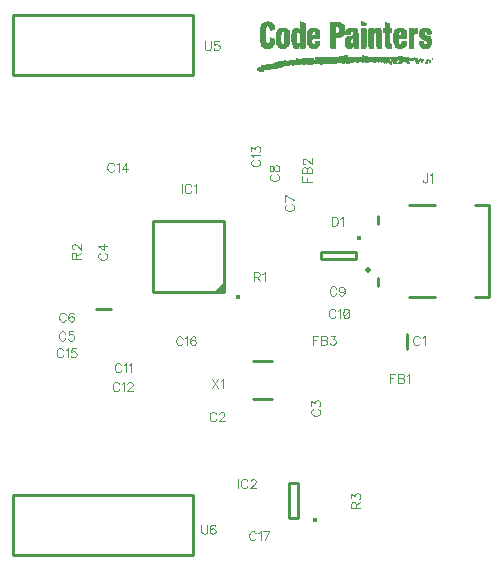
<source format=gbr>
G04 DipTrace 2.4.0.2*
%INbftdi_TopSilk.gbr*%
%MOIN*%
%ADD10C,0.0098*%
%ADD12C,0.001*%
%ADD22C,0.0154*%
%ADD27C,0.0158*%
%ADD31C,0.0197*%
%ADD73C,0.0046*%
%FSLAX44Y44*%
G04*
G70*
G90*
G75*
G01*
%LNTopSilk*%
%LPD*%
X17539Y11818D2*
D10*
Y11307D1*
X7693Y12649D2*
X7181D1*
X15857Y14540D2*
X14676D1*
Y14304D1*
X15857D1*
Y14540D1*
D22*
X15949Y15002D3*
X11465Y13214D2*
D10*
X9102D1*
Y15576D1*
X11465D1*
Y13214D1*
G36*
D2*
Y13529D1*
X11150Y13214D1*
X11465D1*
G37*
D27*
X11937Y13036D3*
D22*
X14478Y5605D3*
X13938Y5658D2*
D10*
Y6839D1*
X13623Y5658D2*
Y6839D1*
X13938D2*
X13623D1*
X13938Y5658D2*
X13623D1*
X20303Y13031D2*
Y16102D1*
Y13031D2*
X19811D1*
X18480D2*
X17638D1*
X16603Y13386D2*
Y13661D1*
Y15472D2*
Y15748D1*
X17638Y16102D2*
X18480D1*
X19811D2*
X20303D1*
D31*
X16268Y13937D3*
X4437Y22437D2*
D10*
X10437D1*
Y20437D1*
X4437D1*
Y22437D1*
Y6437D2*
X10437D1*
Y4437D1*
X4437D1*
Y6437D1*
X12437Y9635D2*
X13062D1*
Y10895D2*
X12437D1*
X12879Y22241D2*
D12*
X12920D1*
X13984D2*
X13995D1*
X16021D2*
X16052D1*
X12879Y22231D2*
X12920D1*
X13984D2*
X13995D1*
X16021D2*
X16052D1*
X12879Y22221D2*
X12920D1*
X13984D2*
X13995D1*
X16021D2*
X16052D1*
X12776Y22210D2*
X13012D1*
X13984D2*
X14097D1*
X14987D2*
X15325D1*
X16021D2*
X16134D1*
X16830D2*
X16871D1*
X12776Y22200D2*
X13012D1*
X13984D2*
X14097D1*
X14987D2*
X15325D1*
X16021D2*
X16134D1*
X16830D2*
X16871D1*
X12776Y22190D2*
X13012D1*
X13984D2*
X14097D1*
X14987D2*
X15325D1*
X16021D2*
X16134D1*
X16830D2*
X16871D1*
X12736Y22180D2*
X13063D1*
X13984D2*
X14148D1*
X14987D2*
X15366D1*
X16021D2*
X16175D1*
X16830D2*
X16943D1*
X12736Y22169D2*
X13063D1*
X13984D2*
X14148D1*
X14987D2*
X15366D1*
X16021D2*
X16175D1*
X16830D2*
X16946D1*
X12736Y22159D2*
X13063D1*
X13984D2*
X14148D1*
X14987D2*
X15366D1*
X16021D2*
X16174D1*
X16830D2*
X16951D1*
X12705Y22149D2*
X13094D1*
X13984D2*
X14148D1*
X14987D2*
X15397D1*
X16021D2*
X16172D1*
X16830D2*
X16956D1*
X12705Y22139D2*
X13094D1*
X13984D2*
X14148D1*
X14987D2*
X15404D1*
X16021D2*
X16167D1*
X16830D2*
X16960D1*
X12705Y22128D2*
X13094D1*
X13984D2*
X14148D1*
X14987D2*
X15410D1*
X16021D2*
X16161D1*
X16830D2*
X16962D1*
X12705Y22118D2*
X13094D1*
X13984D2*
X14148D1*
X14987D2*
X15414D1*
X16021D2*
X16157D1*
X16830D2*
X16963D1*
X12705Y22108D2*
X13094D1*
X13984D2*
X14148D1*
X14987D2*
X15416D1*
X16021D2*
X16154D1*
X16830D2*
X16963D1*
X12684Y22098D2*
X12868D1*
X12931D2*
X13114D1*
X13984D2*
X14148D1*
X14987D2*
X15448D1*
X16830D2*
X16963D1*
X12684Y22088D2*
X12866D1*
X12932D2*
X13114D1*
X13984D2*
X14148D1*
X14987D2*
X15448D1*
X16830D2*
X16963D1*
X12684Y22077D2*
X12861D1*
X12938D2*
X13114D1*
X13984D2*
X14148D1*
X14987D2*
X15448D1*
X16830D2*
X16963D1*
X12684Y22067D2*
X12855D1*
X12944D2*
X13114D1*
X13984D2*
X14148D1*
X14987D2*
X15151D1*
X15254D2*
X15448D1*
X16830D2*
X16963D1*
X12684Y22057D2*
X12851D1*
X12947D2*
X13114D1*
X13984D2*
X14148D1*
X14987D2*
X15151D1*
X15254D2*
X15448D1*
X16830D2*
X16963D1*
X12684Y22047D2*
X12849D1*
X12949D2*
X13114D1*
X13984D2*
X14148D1*
X14987D2*
X15151D1*
X15254D2*
X15448D1*
X16830D2*
X16963D1*
X12654Y22036D2*
X12817D1*
X12950D2*
X13114D1*
X13984D2*
X14148D1*
X14987D2*
X15151D1*
X15284D2*
X15448D1*
X16830D2*
X16963D1*
X12654Y22026D2*
X12817D1*
X12950D2*
X13114D1*
X13984D2*
X14148D1*
X14987D2*
X15151D1*
X15284D2*
X15448D1*
X16830D2*
X16963D1*
X12654Y22016D2*
X12817D1*
X12950D2*
X13114D1*
X13984D2*
X14148D1*
X14987D2*
X15151D1*
X15284D2*
X15448D1*
X16830D2*
X16963D1*
X12654Y22006D2*
X12817D1*
X12981D2*
X13114D1*
X13299D2*
X13534D1*
X13790D2*
X13923D1*
X13984D2*
X14148D1*
X14322D2*
X14537D1*
X14987D2*
X15151D1*
X15284D2*
X15448D1*
X15602D2*
X15837D1*
X16021D2*
X16154D1*
X16287D2*
X16421D1*
X16482D2*
X16646D1*
X16758D2*
X17035D1*
X17219D2*
X17434D1*
X17608D2*
X17751D1*
X17813D2*
X17895D1*
X18058D2*
X18263D1*
X12654Y21995D2*
X12817D1*
X12981D2*
X13114D1*
X13299D2*
X13537D1*
X13790D2*
X13926D1*
X13984D2*
X14148D1*
X14322D2*
X14537D1*
X14987D2*
X15151D1*
X15284D2*
X15448D1*
X15602D2*
X15840D1*
X16021D2*
X16158D1*
X16284D2*
X16421D1*
X16479D2*
X16649D1*
X16758D2*
X17035D1*
X17219D2*
X17437D1*
X17608D2*
X17751D1*
X17813D2*
X17895D1*
X18058D2*
X18263D1*
X12654Y21985D2*
X12817D1*
X12981D2*
X13114D1*
X13299D2*
X13543D1*
X13790D2*
X13932D1*
X13983D2*
X14148D1*
X14322D2*
X14537D1*
X14987D2*
X15151D1*
X15284D2*
X15448D1*
X15602D2*
X15845D1*
X16021D2*
X16163D1*
X16279D2*
X16422D1*
X16472D2*
X16654D1*
X16758D2*
X17035D1*
X17219D2*
X17443D1*
X17608D2*
X17751D1*
X17813D2*
X17895D1*
X18058D2*
X18263D1*
X12654Y21975D2*
X12817D1*
X12981D2*
X13114D1*
X13268D2*
X13551D1*
X13739D2*
X13943D1*
X13980D2*
X14148D1*
X14281D2*
X14588D1*
X14987D2*
X15151D1*
X15284D2*
X15448D1*
X15550D2*
X15851D1*
X16021D2*
X16168D1*
X16274D2*
X16425D1*
X16462D2*
X16659D1*
X16758D2*
X17035D1*
X17168D2*
X17451D1*
X17608D2*
X17751D1*
X17782D2*
X17895D1*
X18007D2*
X18314D1*
X12654Y21965D2*
X12817D1*
X12981D2*
X13114D1*
X13261D2*
X13559D1*
X13739D2*
X13957D1*
X13968D2*
X14148D1*
X14281D2*
X14595D1*
X14987D2*
X15151D1*
X15284D2*
X15448D1*
X15543D2*
X15855D1*
X16021D2*
X16172D1*
X16270D2*
X16437D1*
X16448D2*
X16663D1*
X16758D2*
X17035D1*
X17161D2*
X17459D1*
X17608D2*
X17751D1*
X17782D2*
X17895D1*
X18007D2*
X18321D1*
X12654Y21954D2*
X12817D1*
X12981D2*
X13012D1*
X13255D2*
X13567D1*
X13739D2*
X14148D1*
X14281D2*
X14601D1*
X14987D2*
X15151D1*
X15284D2*
X15448D1*
X15537D2*
X15888D1*
X16021D2*
X16173D1*
X16268D2*
X16665D1*
X16758D2*
X17035D1*
X17154D2*
X17467D1*
X17608D2*
X17752D1*
X17781D2*
X17895D1*
X17976D2*
X18327D1*
X12654Y21944D2*
X12817D1*
X12981D2*
X13012D1*
X13251D2*
X13571D1*
X13739D2*
X14148D1*
X14281D2*
X14605D1*
X14987D2*
X15151D1*
X15284D2*
X15448D1*
X15534D2*
X15888D1*
X16021D2*
X16174D1*
X16268D2*
X16666D1*
X16758D2*
X17035D1*
X17147D2*
X17471D1*
X17608D2*
X17754D1*
X17779D2*
X17895D1*
X17976D2*
X18331D1*
X12654Y21934D2*
X12817D1*
X12981D2*
X13012D1*
X13249D2*
X13573D1*
X13739D2*
X14148D1*
X14281D2*
X14607D1*
X14987D2*
X15151D1*
X15284D2*
X15448D1*
X15532D2*
X15888D1*
X16021D2*
X16175D1*
X16267D2*
X16666D1*
X16758D2*
X17035D1*
X17141D2*
X17473D1*
X17608D2*
X17762D1*
X17771D2*
X17895D1*
X17976D2*
X18333D1*
X12654Y21924D2*
X12817D1*
X13217D2*
X13606D1*
X13708D2*
X14148D1*
X14250D2*
X14609D1*
X14987D2*
X15151D1*
X15284D2*
X15448D1*
X15531D2*
X15888D1*
X16021D2*
X16175D1*
X16267D2*
X16697D1*
X16758D2*
X17035D1*
X17134D2*
X17506D1*
X17608D2*
X17895D1*
X17976D2*
X18334D1*
X12654Y21914D2*
X12817D1*
X13217D2*
X13606D1*
X13708D2*
X14148D1*
X14247D2*
X14612D1*
X14987D2*
X15151D1*
X15284D2*
X15448D1*
X15530D2*
X15888D1*
X16021D2*
X16175D1*
X16267D2*
X16697D1*
X16758D2*
X17035D1*
X17130D2*
X17506D1*
X17608D2*
X17895D1*
X17974D2*
X18335D1*
X12654Y21903D2*
X12817D1*
X13217D2*
X13606D1*
X13708D2*
X14148D1*
X14242D2*
X14617D1*
X14987D2*
X15151D1*
X15284D2*
X15448D1*
X15530D2*
X15888D1*
X16021D2*
X16175D1*
X16267D2*
X16697D1*
X16758D2*
X17035D1*
X17128D2*
X17506D1*
X17608D2*
X17895D1*
X17968D2*
X18335D1*
X12654Y21893D2*
X12817D1*
X13216D2*
X13360D1*
X13443D2*
X13606D1*
X13708D2*
X13902D1*
X13934D2*
X14148D1*
X14237D2*
X14394D1*
X14476D2*
X14622D1*
X14987D2*
X15151D1*
X15284D2*
X15448D1*
X15499D2*
X15662D1*
X15745D2*
X15889D1*
X16021D2*
X16175D1*
X16267D2*
X16697D1*
X16758D2*
X17035D1*
X17127D2*
X17280D1*
X17362D2*
X17506D1*
X17608D2*
X17895D1*
X17963D2*
X18120D1*
X18202D2*
X18365D1*
X12654Y21883D2*
X12817D1*
X13214D2*
X13360D1*
X13444D2*
X13606D1*
X13708D2*
X13902D1*
X13936D2*
X14148D1*
X14233D2*
X14394D1*
X14478D2*
X14626D1*
X14987D2*
X15151D1*
X15284D2*
X15448D1*
X15499D2*
X15661D1*
X15745D2*
X15891D1*
X16021D2*
X16175D1*
X16267D2*
X16697D1*
X16758D2*
X17035D1*
X17127D2*
X17278D1*
X17362D2*
X17506D1*
X17608D2*
X17895D1*
X17959D2*
X18120D1*
X18204D2*
X18365D1*
X12654Y21873D2*
X12817D1*
X13209D2*
X13360D1*
X13450D2*
X13606D1*
X13708D2*
X13902D1*
X13941D2*
X14148D1*
X14231D2*
X14394D1*
X14484D2*
X14628D1*
X14987D2*
X15151D1*
X15284D2*
X15448D1*
X15499D2*
X15655D1*
X15745D2*
X15896D1*
X16021D2*
X16175D1*
X16267D2*
X16697D1*
X16758D2*
X17035D1*
X17127D2*
X17272D1*
X17362D2*
X17506D1*
X17608D2*
X17895D1*
X17957D2*
X18120D1*
X18210D2*
X18365D1*
X12654Y21862D2*
X12817D1*
X13203D2*
X13360D1*
X13455D2*
X13606D1*
X13708D2*
X13872D1*
X13947D2*
X14148D1*
X14231D2*
X14394D1*
X14489D2*
X14629D1*
X14987D2*
X15151D1*
X15254D2*
X15448D1*
X15499D2*
X15650D1*
X15745D2*
X15902D1*
X16021D2*
X16175D1*
X16267D2*
X16451D1*
X16533D2*
X16697D1*
X16830D2*
X16963D1*
X17127D2*
X17267D1*
X17362D2*
X17506D1*
X17608D2*
X17895D1*
X17957D2*
X18089D1*
X18215D2*
X18365D1*
X12654Y21852D2*
X12817D1*
X13200D2*
X13360D1*
X13459D2*
X13608D1*
X13708D2*
X13869D1*
X13950D2*
X14148D1*
X14230D2*
X14394D1*
X14493D2*
X14629D1*
X14987D2*
X15151D1*
X15254D2*
X15448D1*
X15499D2*
X15646D1*
X15745D2*
X15905D1*
X16021D2*
X16175D1*
X16267D2*
X16451D1*
X16533D2*
X16697D1*
X16830D2*
X16963D1*
X17127D2*
X17263D1*
X17362D2*
X17508D1*
X17608D2*
X17895D1*
X17956D2*
X18089D1*
X18219D2*
X18365D1*
X12654Y21842D2*
X12817D1*
X13198D2*
X13360D1*
X13461D2*
X13614D1*
X13708D2*
X13864D1*
X13952D2*
X14148D1*
X14230D2*
X14394D1*
X14495D2*
X14629D1*
X14987D2*
X15151D1*
X15254D2*
X15448D1*
X15499D2*
X15644D1*
X15745D2*
X15907D1*
X16021D2*
X16175D1*
X16267D2*
X16451D1*
X16533D2*
X16697D1*
X16830D2*
X16963D1*
X17127D2*
X17261D1*
X17362D2*
X17514D1*
X17608D2*
X17895D1*
X17956D2*
X18089D1*
X18221D2*
X18365D1*
X12654Y21832D2*
X12817D1*
X13197D2*
X13360D1*
X13462D2*
X13619D1*
X13708D2*
X13858D1*
X13984D2*
X14148D1*
X14230D2*
X14363D1*
X14496D2*
X14629D1*
X14987D2*
X15448D1*
X15499D2*
X15643D1*
X15745D2*
X15908D1*
X16021D2*
X16175D1*
X16267D2*
X16421D1*
X16533D2*
X16697D1*
X16830D2*
X16963D1*
X17096D2*
X17261D1*
X17362D2*
X17519D1*
X17608D2*
X17802D1*
X17956D2*
X18120D1*
X18222D2*
X18335D1*
X12654Y21821D2*
X12817D1*
X13196D2*
X13360D1*
X13462D2*
X13623D1*
X13708D2*
X13855D1*
X13984D2*
X14148D1*
X14230D2*
X14363D1*
X14496D2*
X14629D1*
X14987D2*
X15448D1*
X15499D2*
X15643D1*
X15745D2*
X15909D1*
X16021D2*
X16175D1*
X16267D2*
X16421D1*
X16533D2*
X16697D1*
X16830D2*
X16963D1*
X17096D2*
X17260D1*
X17362D2*
X17523D1*
X17608D2*
X17802D1*
X17956D2*
X18120D1*
X18222D2*
X18335D1*
X12654Y21811D2*
X12817D1*
X13196D2*
X13360D1*
X13462D2*
X13625D1*
X13708D2*
X13853D1*
X13984D2*
X14148D1*
X14230D2*
X14363D1*
X14496D2*
X14629D1*
X14987D2*
X15448D1*
X15499D2*
X15643D1*
X15745D2*
X15909D1*
X16021D2*
X16175D1*
X16267D2*
X16421D1*
X16533D2*
X16697D1*
X16830D2*
X16963D1*
X17096D2*
X17260D1*
X17362D2*
X17525D1*
X17608D2*
X17802D1*
X17956D2*
X18120D1*
X18222D2*
X18335D1*
X12654Y21801D2*
X12817D1*
X13196D2*
X13329D1*
X13462D2*
X13626D1*
X13707D2*
X13852D1*
X13984D2*
X14148D1*
X14230D2*
X14363D1*
X14496D2*
X14629D1*
X14987D2*
X15417D1*
X15744D2*
X15909D1*
X16021D2*
X16175D1*
X16267D2*
X16421D1*
X16533D2*
X16697D1*
X16830D2*
X16963D1*
X17096D2*
X17260D1*
X17362D2*
X17526D1*
X17608D2*
X17772D1*
X17956D2*
X18120D1*
X12654Y21791D2*
X12817D1*
X13196D2*
X13329D1*
X13462D2*
X13626D1*
X13705D2*
X13851D1*
X13984D2*
X14148D1*
X14230D2*
X14363D1*
X14496D2*
X14629D1*
X14987D2*
X15414D1*
X15742D2*
X15909D1*
X16021D2*
X16175D1*
X16267D2*
X16421D1*
X16533D2*
X16697D1*
X16830D2*
X16963D1*
X17096D2*
X17260D1*
X17362D2*
X17526D1*
X17608D2*
X17769D1*
X17956D2*
X18120D1*
X12654Y21780D2*
X12817D1*
X13196D2*
X13329D1*
X13462D2*
X13626D1*
X13700D2*
X13851D1*
X13984D2*
X14148D1*
X14230D2*
X14363D1*
X14496D2*
X14629D1*
X14987D2*
X15409D1*
X15737D2*
X15909D1*
X16021D2*
X16175D1*
X16267D2*
X16421D1*
X16533D2*
X16697D1*
X16830D2*
X16963D1*
X17096D2*
X17260D1*
X17362D2*
X17526D1*
X17608D2*
X17764D1*
X17957D2*
X18120D1*
X12654Y21770D2*
X12817D1*
X13196D2*
X13329D1*
X13462D2*
X13626D1*
X13694D2*
X13851D1*
X13984D2*
X14148D1*
X14230D2*
X14394D1*
X14496D2*
X14629D1*
X14987D2*
X15404D1*
X15731D2*
X15909D1*
X16021D2*
X16175D1*
X16267D2*
X16421D1*
X16533D2*
X16697D1*
X16830D2*
X16963D1*
X17096D2*
X17260D1*
X17362D2*
X17526D1*
X17608D2*
X17758D1*
X17958D2*
X18191D1*
X12654Y21760D2*
X12817D1*
X13196D2*
X13329D1*
X13462D2*
X13626D1*
X13691D2*
X13851D1*
X13984D2*
X14148D1*
X14230D2*
X14394D1*
X14496D2*
X14629D1*
X14987D2*
X15400D1*
X15727D2*
X15909D1*
X16021D2*
X16175D1*
X16267D2*
X16421D1*
X16533D2*
X16697D1*
X16830D2*
X16963D1*
X17096D2*
X17260D1*
X17362D2*
X17526D1*
X17608D2*
X17755D1*
X17964D2*
X18191D1*
X12654Y21750D2*
X12817D1*
X13196D2*
X13329D1*
X13462D2*
X13626D1*
X13689D2*
X13851D1*
X13984D2*
X14148D1*
X14230D2*
X14629D1*
X14987D2*
X15366D1*
X15622D2*
X15909D1*
X16021D2*
X16175D1*
X16267D2*
X16421D1*
X16533D2*
X16697D1*
X16830D2*
X16963D1*
X17096D2*
X17526D1*
X17608D2*
X17753D1*
X17970D2*
X18263D1*
X12654Y21740D2*
X12817D1*
X13196D2*
X13329D1*
X13462D2*
X13626D1*
X13688D2*
X13851D1*
X13984D2*
X14148D1*
X14230D2*
X14629D1*
X14987D2*
X15366D1*
X15622D2*
X15909D1*
X16021D2*
X16175D1*
X16267D2*
X16421D1*
X16533D2*
X16697D1*
X16830D2*
X16963D1*
X17096D2*
X17526D1*
X17608D2*
X17752D1*
X17973D2*
X18263D1*
X12654Y21729D2*
X12817D1*
X13196D2*
X13329D1*
X13462D2*
X13626D1*
X13688D2*
X13851D1*
X13984D2*
X14148D1*
X14230D2*
X14629D1*
X14987D2*
X15366D1*
X15622D2*
X15909D1*
X16021D2*
X16175D1*
X16267D2*
X16421D1*
X16533D2*
X16697D1*
X16830D2*
X16963D1*
X17096D2*
X17526D1*
X17608D2*
X17751D1*
X17975D2*
X18263D1*
X12654Y21719D2*
X12817D1*
X13196D2*
X13329D1*
X13462D2*
X13626D1*
X13688D2*
X13851D1*
X13984D2*
X14148D1*
X14230D2*
X14629D1*
X14987D2*
X15325D1*
X15550D2*
X15909D1*
X16021D2*
X16175D1*
X16267D2*
X16421D1*
X16533D2*
X16697D1*
X16830D2*
X16963D1*
X17096D2*
X17526D1*
X17608D2*
X17751D1*
X17976D2*
X18314D1*
X12654Y21709D2*
X12817D1*
X13196D2*
X13329D1*
X13462D2*
X13626D1*
X13688D2*
X13851D1*
X13984D2*
X14148D1*
X14230D2*
X14629D1*
X14987D2*
X15325D1*
X15547D2*
X15909D1*
X16021D2*
X16175D1*
X16267D2*
X16421D1*
X16533D2*
X16697D1*
X16830D2*
X16963D1*
X17096D2*
X17526D1*
X17608D2*
X17751D1*
X17976D2*
X18317D1*
X12654Y21699D2*
X12817D1*
X13196D2*
X13329D1*
X13462D2*
X13626D1*
X13688D2*
X13851D1*
X13984D2*
X14148D1*
X14230D2*
X14629D1*
X14987D2*
X15325D1*
X15542D2*
X15909D1*
X16021D2*
X16175D1*
X16267D2*
X16421D1*
X16533D2*
X16697D1*
X16830D2*
X16963D1*
X17096D2*
X17526D1*
X17608D2*
X17751D1*
X17976D2*
X18323D1*
X12654Y21688D2*
X12817D1*
X12981D2*
X12991D1*
X13196D2*
X13329D1*
X13462D2*
X13626D1*
X13687D2*
X13851D1*
X13984D2*
X14148D1*
X14230D2*
X14629D1*
X14987D2*
X15151D1*
X15537D2*
X15909D1*
X16021D2*
X16175D1*
X16267D2*
X16421D1*
X16533D2*
X16697D1*
X16830D2*
X16963D1*
X17096D2*
X17526D1*
X17608D2*
X17751D1*
X18028D2*
X18328D1*
X12654Y21678D2*
X12817D1*
X12981D2*
X12991D1*
X13196D2*
X13329D1*
X13462D2*
X13626D1*
X13687D2*
X13851D1*
X13984D2*
X14148D1*
X14230D2*
X14629D1*
X14987D2*
X15151D1*
X15533D2*
X15909D1*
X16021D2*
X16175D1*
X16267D2*
X16421D1*
X16533D2*
X16697D1*
X16830D2*
X16963D1*
X17096D2*
X17526D1*
X17608D2*
X17751D1*
X18028D2*
X18331D1*
X12654Y21668D2*
X12817D1*
X12981D2*
X12991D1*
X13196D2*
X13329D1*
X13462D2*
X13626D1*
X13687D2*
X13851D1*
X13984D2*
X14148D1*
X14230D2*
X14629D1*
X14987D2*
X15151D1*
X15531D2*
X15909D1*
X16021D2*
X16175D1*
X16267D2*
X16421D1*
X16533D2*
X16697D1*
X16830D2*
X16963D1*
X17096D2*
X17526D1*
X17608D2*
X17751D1*
X18028D2*
X18333D1*
X12654Y21658D2*
X12817D1*
X12981D2*
X13094D1*
X13196D2*
X13329D1*
X13462D2*
X13626D1*
X13687D2*
X13851D1*
X13984D2*
X14148D1*
X14230D2*
X14394D1*
X14987D2*
X15151D1*
X15499D2*
X15694D1*
X15745D2*
X15909D1*
X16021D2*
X16175D1*
X16267D2*
X16421D1*
X16533D2*
X16697D1*
X16830D2*
X16963D1*
X17096D2*
X17260D1*
X17608D2*
X17751D1*
X18058D2*
X18334D1*
X12654Y21647D2*
X12817D1*
X12981D2*
X13094D1*
X13196D2*
X13329D1*
X13462D2*
X13626D1*
X13687D2*
X13851D1*
X13984D2*
X14148D1*
X14230D2*
X14394D1*
X14987D2*
X15151D1*
X15499D2*
X15694D1*
X15745D2*
X15909D1*
X16021D2*
X16175D1*
X16267D2*
X16421D1*
X16533D2*
X16697D1*
X16830D2*
X16963D1*
X17096D2*
X17260D1*
X17608D2*
X17751D1*
X18058D2*
X18335D1*
X12654Y21637D2*
X12817D1*
X12981D2*
X13094D1*
X13196D2*
X13329D1*
X13462D2*
X13626D1*
X13687D2*
X13851D1*
X13984D2*
X14148D1*
X14230D2*
X14394D1*
X14987D2*
X15151D1*
X15499D2*
X15694D1*
X15745D2*
X15909D1*
X16021D2*
X16175D1*
X16267D2*
X16421D1*
X16533D2*
X16697D1*
X16830D2*
X16963D1*
X17096D2*
X17260D1*
X17608D2*
X17751D1*
X18058D2*
X18335D1*
X12654Y21627D2*
X12817D1*
X12981D2*
X13135D1*
X13196D2*
X13329D1*
X13462D2*
X13626D1*
X13687D2*
X13851D1*
X13984D2*
X14148D1*
X14230D2*
X14363D1*
X14987D2*
X15151D1*
X15499D2*
X15663D1*
X15745D2*
X15909D1*
X16021D2*
X16175D1*
X16267D2*
X16421D1*
X16533D2*
X16697D1*
X16830D2*
X16963D1*
X17096D2*
X17260D1*
X17608D2*
X17751D1*
X18130D2*
X18365D1*
X12654Y21617D2*
X12817D1*
X12981D2*
X13135D1*
X13196D2*
X13329D1*
X13462D2*
X13626D1*
X13688D2*
X13851D1*
X13984D2*
X14148D1*
X14230D2*
X14363D1*
X14987D2*
X15151D1*
X15499D2*
X15660D1*
X15745D2*
X15909D1*
X16021D2*
X16175D1*
X16267D2*
X16421D1*
X16533D2*
X16697D1*
X16830D2*
X16963D1*
X17096D2*
X17260D1*
X17608D2*
X17751D1*
X18130D2*
X18365D1*
X12654Y21606D2*
X12817D1*
X12981D2*
X13134D1*
X13196D2*
X13329D1*
X13462D2*
X13626D1*
X13688D2*
X13851D1*
X13984D2*
X14148D1*
X14230D2*
X14363D1*
X14987D2*
X15151D1*
X15499D2*
X15655D1*
X15745D2*
X15909D1*
X16021D2*
X16175D1*
X16267D2*
X16421D1*
X16533D2*
X16697D1*
X16830D2*
X16963D1*
X17096D2*
X17260D1*
X17608D2*
X17751D1*
X18130D2*
X18365D1*
X12654Y21596D2*
X12817D1*
X12981D2*
X13132D1*
X13196D2*
X13329D1*
X13462D2*
X13626D1*
X13690D2*
X13851D1*
X13984D2*
X14148D1*
X14230D2*
X14363D1*
X14987D2*
X15151D1*
X15497D2*
X15650D1*
X15745D2*
X15909D1*
X16021D2*
X16175D1*
X16267D2*
X16421D1*
X16533D2*
X16697D1*
X16830D2*
X16963D1*
X17096D2*
X17260D1*
X17608D2*
X17751D1*
X18181D2*
X18365D1*
X12654Y21586D2*
X12817D1*
X12981D2*
X13127D1*
X13196D2*
X13329D1*
X13462D2*
X13626D1*
X13696D2*
X13851D1*
X13984D2*
X14148D1*
X14230D2*
X14363D1*
X14987D2*
X15151D1*
X15491D2*
X15646D1*
X15745D2*
X15909D1*
X16021D2*
X16175D1*
X16267D2*
X16421D1*
X16533D2*
X16697D1*
X16830D2*
X16963D1*
X17096D2*
X17260D1*
X17608D2*
X17751D1*
X18188D2*
X18365D1*
X12654Y21576D2*
X12817D1*
X12981D2*
X13121D1*
X13196D2*
X13329D1*
X13462D2*
X13625D1*
X13701D2*
X13852D1*
X13984D2*
X14148D1*
X14230D2*
X14363D1*
X14496D2*
X14629D1*
X14987D2*
X15151D1*
X15486D2*
X15644D1*
X15745D2*
X15909D1*
X16021D2*
X16175D1*
X16267D2*
X16421D1*
X16533D2*
X16697D1*
X16830D2*
X16963D1*
X17096D2*
X17260D1*
X17393D2*
X17526D1*
X17608D2*
X17751D1*
X17956D2*
X18089D1*
X18195D2*
X18365D1*
X12654Y21565D2*
X12817D1*
X12981D2*
X13118D1*
X13196D2*
X13329D1*
X13462D2*
X13624D1*
X13705D2*
X13854D1*
X13984D2*
X14148D1*
X14230D2*
X14363D1*
X14496D2*
X14629D1*
X14987D2*
X15151D1*
X15482D2*
X15643D1*
X15745D2*
X15909D1*
X16021D2*
X16175D1*
X16267D2*
X16421D1*
X16533D2*
X16697D1*
X16830D2*
X16963D1*
X17096D2*
X17260D1*
X17393D2*
X17526D1*
X17608D2*
X17751D1*
X17956D2*
X18089D1*
X18202D2*
X18365D1*
X12654Y21555D2*
X12817D1*
X12981D2*
X13116D1*
X13196D2*
X13329D1*
X13462D2*
X13618D1*
X13707D2*
X13859D1*
X13984D2*
X14148D1*
X14230D2*
X14363D1*
X14496D2*
X14629D1*
X14987D2*
X15151D1*
X15480D2*
X15643D1*
X15745D2*
X15909D1*
X16021D2*
X16175D1*
X16267D2*
X16421D1*
X16533D2*
X16697D1*
X16830D2*
X16963D1*
X17096D2*
X17260D1*
X17393D2*
X17526D1*
X17608D2*
X17751D1*
X17956D2*
X18089D1*
X18208D2*
X18365D1*
X12684Y21545D2*
X12848D1*
X12950D2*
X13115D1*
X13196D2*
X13360D1*
X13462D2*
X13613D1*
X13707D2*
X13865D1*
X13984D2*
X14148D1*
X14230D2*
X14363D1*
X14496D2*
X14629D1*
X14987D2*
X15151D1*
X15479D2*
X15643D1*
X15745D2*
X15909D1*
X16021D2*
X16175D1*
X16267D2*
X16421D1*
X16533D2*
X16697D1*
X16830D2*
X16963D1*
X17127D2*
X17260D1*
X17362D2*
X17525D1*
X17608D2*
X17751D1*
X17956D2*
X18089D1*
X18215D2*
X18365D1*
X12684Y21535D2*
X12848D1*
X12950D2*
X13114D1*
X13196D2*
X13360D1*
X13462D2*
X13609D1*
X13708D2*
X13868D1*
X13984D2*
X14148D1*
X14230D2*
X14363D1*
X14496D2*
X14629D1*
X14987D2*
X15151D1*
X15479D2*
X15643D1*
X15745D2*
X15909D1*
X16021D2*
X16175D1*
X16267D2*
X16421D1*
X16533D2*
X16697D1*
X16830D2*
X16963D1*
X17127D2*
X17260D1*
X17362D2*
X17524D1*
X17608D2*
X17751D1*
X17956D2*
X18089D1*
X18219D2*
X18365D1*
X12684Y21525D2*
X12848D1*
X12950D2*
X13114D1*
X13196D2*
X13360D1*
X13462D2*
X13607D1*
X13708D2*
X13870D1*
X13984D2*
X14148D1*
X14230D2*
X14363D1*
X14496D2*
X14629D1*
X14987D2*
X15151D1*
X15479D2*
X15643D1*
X15745D2*
X15909D1*
X16021D2*
X16175D1*
X16267D2*
X16421D1*
X16533D2*
X16697D1*
X16830D2*
X16963D1*
X17127D2*
X17260D1*
X17362D2*
X17518D1*
X17608D2*
X17751D1*
X17956D2*
X18089D1*
X18221D2*
X18365D1*
X12684Y21514D2*
X12848D1*
X12950D2*
X13114D1*
X13196D2*
X13360D1*
X13462D2*
X13606D1*
X13708D2*
X13871D1*
X13954D2*
X14148D1*
X14230D2*
X14394D1*
X14496D2*
X14629D1*
X14987D2*
X15151D1*
X15479D2*
X15643D1*
X15745D2*
X15909D1*
X16021D2*
X16175D1*
X16267D2*
X16421D1*
X16533D2*
X16697D1*
X16830D2*
X16994D1*
X17127D2*
X17260D1*
X17362D2*
X17513D1*
X17608D2*
X17751D1*
X17956D2*
X18089D1*
X18222D2*
X18365D1*
X12684Y21504D2*
X12848D1*
X12950D2*
X13114D1*
X13196D2*
X13360D1*
X13462D2*
X13606D1*
X13708D2*
X13872D1*
X13954D2*
X14148D1*
X14230D2*
X14394D1*
X14496D2*
X14629D1*
X14987D2*
X15151D1*
X15479D2*
X15643D1*
X15745D2*
X15909D1*
X16021D2*
X16175D1*
X16267D2*
X16421D1*
X16533D2*
X16697D1*
X16830D2*
X16994D1*
X17127D2*
X17260D1*
X17362D2*
X17509D1*
X17608D2*
X17751D1*
X17956D2*
X18089D1*
X18222D2*
X18365D1*
X12684Y21494D2*
X12848D1*
X12950D2*
X13114D1*
X13196D2*
X13360D1*
X13462D2*
X13606D1*
X13708D2*
X13872D1*
X13954D2*
X14148D1*
X14230D2*
X14394D1*
X14496D2*
X14629D1*
X14987D2*
X15151D1*
X15479D2*
X15643D1*
X15745D2*
X15909D1*
X16021D2*
X16175D1*
X16267D2*
X16421D1*
X16533D2*
X16697D1*
X16830D2*
X16994D1*
X17127D2*
X17260D1*
X17362D2*
X17507D1*
X17608D2*
X17751D1*
X17956D2*
X18089D1*
X18222D2*
X18365D1*
X12685Y21484D2*
X13113D1*
X13217D2*
X13380D1*
X13442D2*
X13606D1*
X13708D2*
X14148D1*
X14250D2*
X14394D1*
X14476D2*
X14628D1*
X14987D2*
X15151D1*
X15499D2*
X15909D1*
X16021D2*
X16175D1*
X16267D2*
X16421D1*
X16533D2*
X16697D1*
X16830D2*
X17035D1*
X17128D2*
X17280D1*
X17342D2*
X17506D1*
X17608D2*
X17751D1*
X17957D2*
X18120D1*
X18202D2*
X18365D1*
X12687Y21473D2*
X13112D1*
X13217D2*
X13380D1*
X13442D2*
X13606D1*
X13708D2*
X14148D1*
X14250D2*
X14394D1*
X14476D2*
X14627D1*
X14987D2*
X15151D1*
X15499D2*
X15909D1*
X16021D2*
X16175D1*
X16267D2*
X16421D1*
X16533D2*
X16697D1*
X16830D2*
X17035D1*
X17129D2*
X17280D1*
X17342D2*
X17506D1*
X17608D2*
X17751D1*
X17958D2*
X18120D1*
X18202D2*
X18365D1*
X12692Y21463D2*
X13106D1*
X13217D2*
X13380D1*
X13442D2*
X13606D1*
X13708D2*
X14148D1*
X14250D2*
X14394D1*
X14476D2*
X14621D1*
X14987D2*
X15151D1*
X15499D2*
X15909D1*
X16021D2*
X16175D1*
X16267D2*
X16421D1*
X16533D2*
X16697D1*
X16830D2*
X17035D1*
X17135D2*
X17280D1*
X17342D2*
X17506D1*
X17608D2*
X17751D1*
X17964D2*
X18120D1*
X18202D2*
X18365D1*
X12698Y21453D2*
X13101D1*
X13217D2*
X13575D1*
X13739D2*
X14148D1*
X14250D2*
X14615D1*
X14987D2*
X15151D1*
X15499D2*
X15909D1*
X16021D2*
X16175D1*
X16267D2*
X16421D1*
X16533D2*
X16697D1*
X16830D2*
X17035D1*
X17140D2*
X17506D1*
X17608D2*
X17751D1*
X17970D2*
X18335D1*
X12701Y21443D2*
X13097D1*
X13217D2*
X13575D1*
X13739D2*
X14148D1*
X14250D2*
X14609D1*
X14987D2*
X15151D1*
X15499D2*
X15909D1*
X16021D2*
X16175D1*
X16267D2*
X16421D1*
X16533D2*
X16697D1*
X16830D2*
X17035D1*
X17144D2*
X17506D1*
X17608D2*
X17751D1*
X17973D2*
X18332D1*
X12703Y21432D2*
X13095D1*
X13217D2*
X13575D1*
X13739D2*
X14148D1*
X14250D2*
X14602D1*
X14987D2*
X15151D1*
X15499D2*
X15909D1*
X16021D2*
X16175D1*
X16267D2*
X16421D1*
X16533D2*
X16697D1*
X16830D2*
X17035D1*
X17146D2*
X17506D1*
X17608D2*
X17751D1*
X17975D2*
X18326D1*
X12704Y21422D2*
X13063D1*
X13247D2*
X13575D1*
X13739D2*
X14148D1*
X14281D2*
X14596D1*
X14987D2*
X15151D1*
X15499D2*
X15909D1*
X16021D2*
X16175D1*
X16267D2*
X16421D1*
X16533D2*
X16697D1*
X16831D2*
X17035D1*
X17148D2*
X17475D1*
X17608D2*
X17751D1*
X17976D2*
X18320D1*
X12705Y21412D2*
X13060D1*
X13250D2*
X13575D1*
X13741D2*
X14148D1*
X14284D2*
X14592D1*
X14988D2*
X15151D1*
X15499D2*
X15909D1*
X16021D2*
X16175D1*
X16267D2*
X16421D1*
X16533D2*
X16697D1*
X16832D2*
X17035D1*
X17151D2*
X17472D1*
X17608D2*
X17751D1*
X17976D2*
X18314D1*
X12705Y21402D2*
X13055D1*
X13256D2*
X13575D1*
X13747D2*
X14148D1*
X14289D2*
X14590D1*
X14988D2*
X15151D1*
X15499D2*
X15909D1*
X16021D2*
X16174D1*
X16268D2*
X16421D1*
X16534D2*
X16697D1*
X16838D2*
X17035D1*
X17156D2*
X17467D1*
X17608D2*
X17751D1*
X17976D2*
X18307D1*
X12756Y21391D2*
X13049D1*
X13261D2*
X13534D1*
X13752D2*
X13940D1*
X13988D2*
X14148D1*
X14295D2*
X14558D1*
X14990D2*
X15151D1*
X15530D2*
X15711D1*
X15776D2*
X15909D1*
X16021D2*
X16172D1*
X16270D2*
X16421D1*
X16536D2*
X16697D1*
X16844D2*
X17035D1*
X17161D2*
X17461D1*
X17608D2*
X17751D1*
X18007D2*
X18301D1*
X12763Y21381D2*
X13046D1*
X13265D2*
X13534D1*
X13756D2*
X13935D1*
X13993D2*
X14148D1*
X14299D2*
X14558D1*
X14996D2*
X15151D1*
X15537D2*
X15706D1*
X15776D2*
X15909D1*
X16021D2*
X16167D1*
X16275D2*
X16421D1*
X16541D2*
X16697D1*
X16847D2*
X17035D1*
X17165D2*
X17457D1*
X17608D2*
X17751D1*
X18007D2*
X18297D1*
X12769Y21371D2*
X12991D1*
X13319D2*
X13503D1*
X13790D2*
X13930D1*
X13998D2*
X14117D1*
X14353D2*
X14506D1*
X15001D2*
X15151D1*
X15543D2*
X15701D1*
X15776D2*
X15909D1*
X16021D2*
X16161D1*
X16281D2*
X16421D1*
X16547D2*
X16697D1*
X16902D2*
X17035D1*
X17219D2*
X17403D1*
X17608D2*
X17751D1*
X18058D2*
X18243D1*
X12773Y21361D2*
X12991D1*
X13319D2*
X13503D1*
X13790D2*
X13926D1*
X14002D2*
X14117D1*
X14353D2*
X14506D1*
X15005D2*
X15151D1*
X15547D2*
X15697D1*
X15776D2*
X15909D1*
X16021D2*
X16157D1*
X16285D2*
X16421D1*
X16551D2*
X16697D1*
X16902D2*
X17035D1*
X17219D2*
X17403D1*
X17608D2*
X17751D1*
X18058D2*
X18243D1*
X12776Y21351D2*
X12991D1*
X13319D2*
X13503D1*
X13790D2*
X13923D1*
X14005D2*
X14117D1*
X14353D2*
X14506D1*
X15008D2*
X15151D1*
X15550D2*
X15694D1*
X15776D2*
X15909D1*
X16021D2*
X16154D1*
X16287D2*
X16421D1*
X16554D2*
X16697D1*
X16902D2*
X17035D1*
X17219D2*
X17403D1*
X17608D2*
X17751D1*
X18058D2*
X18243D1*
X15458Y21105D2*
X15489D1*
X15530D2*
X15540D1*
X16062D2*
X16083D1*
X15458Y21095D2*
X15493D1*
X15526D2*
X15540D1*
X16062D2*
X16083D1*
X15458Y21084D2*
X15505D1*
X15514D2*
X15540D1*
X16062D2*
X16083D1*
X15284Y21074D2*
X15325D1*
X15376D2*
X15540D1*
X16062D2*
X16206D1*
X17270D2*
X17383D1*
X15284Y21064D2*
X15331D1*
X15371D2*
X15540D1*
X16062D2*
X16206D1*
X17270D2*
X17383D1*
X15284Y21054D2*
X15347D1*
X15355D2*
X15540D1*
X16062D2*
X16206D1*
X17270D2*
X17383D1*
X14496Y21043D2*
X14609D1*
X14639D2*
X14732D1*
X14865D2*
X14906D1*
X14936D2*
X15080D1*
X15110D2*
X15172D1*
X15237D2*
X15571D1*
X15704D2*
X15735D1*
X15827D2*
X15980D1*
X16033D2*
X16451D1*
X16584D2*
X16595D1*
X16728D2*
X16820D1*
X16850D2*
X17086D1*
X17199D2*
X17475D1*
X14489Y21033D2*
X14618D1*
X14630D2*
X14732D1*
X14865D2*
X14915D1*
X14927D2*
X15089D1*
X15101D2*
X15186D1*
X15208D2*
X15571D1*
X15704D2*
X15735D1*
X15827D2*
X15995D1*
X16012D2*
X16451D1*
X16584D2*
X16595D1*
X16728D2*
X16829D1*
X16841D2*
X17086D1*
X17199D2*
X17475D1*
X14483Y21023D2*
X17577D1*
X17782D2*
X17802D1*
X14479Y21013D2*
X17577D1*
X17782D2*
X17802D1*
X14477Y21003D2*
X17577D1*
X17782D2*
X17802D1*
X13862Y20992D2*
X13872D1*
X14056D2*
X14414D1*
X14476D2*
X16011D1*
X16041D2*
X16594D1*
X16636D2*
X16963D1*
X17044D2*
X17874D1*
X17976D2*
X17997D1*
X18376D2*
X18386D1*
X13862Y20982D2*
X13872D1*
X14056D2*
X14414D1*
X14476D2*
X16011D1*
X16039D2*
X16592D1*
X16636D2*
X16963D1*
X17042D2*
X17874D1*
X17973D2*
X17997D1*
X18376D2*
X18386D1*
X13862Y20972D2*
X13872D1*
X14056D2*
X14414D1*
X14476D2*
X16011D1*
X16034D2*
X16587D1*
X16636D2*
X16963D1*
X17037D2*
X17874D1*
X17968D2*
X17997D1*
X18376D2*
X18386D1*
X13862Y20962D2*
X14414D1*
X14476D2*
X15980D1*
X16028D2*
X16174D1*
X16236D2*
X16581D1*
X16636D2*
X16962D1*
X17031D2*
X17208D1*
X17271D2*
X17751D1*
X17833D2*
X17874D1*
X17960D2*
X18089D1*
X18222D2*
X18243D1*
X13862Y20951D2*
X14414D1*
X14476D2*
X15980D1*
X16025D2*
X16172D1*
X16236D2*
X16577D1*
X16636D2*
X16961D1*
X17024D2*
X17206D1*
X17273D2*
X17751D1*
X17833D2*
X17874D1*
X17949D2*
X18089D1*
X18222D2*
X18243D1*
X13862Y20941D2*
X14414D1*
X14476D2*
X15980D1*
X16023D2*
X16167D1*
X16236D2*
X16575D1*
X16636D2*
X16955D1*
X17018D2*
X17201D1*
X17278D2*
X17751D1*
X17833D2*
X17874D1*
X17920D2*
X18089D1*
X18222D2*
X18243D1*
X13462Y20931D2*
X13483D1*
X13636D2*
X15980D1*
X16022D2*
X16161D1*
X16236D2*
X16543D1*
X16636D2*
X16871D1*
X16902D2*
X16950D1*
X17012D2*
X17195D1*
X17284D2*
X17597D1*
X17833D2*
X17966D1*
X18008D2*
X18048D1*
X18202D2*
X18212D1*
X18304D2*
X18314D1*
X13462Y20921D2*
X13483D1*
X13636D2*
X15980D1*
X16022D2*
X16158D1*
X16236D2*
X16543D1*
X16636D2*
X16871D1*
X16902D2*
X16946D1*
X17008D2*
X17192D1*
X17285D2*
X17595D1*
X17833D2*
X17966D1*
X18010D2*
X18048D1*
X18202D2*
X18212D1*
X18304D2*
X18314D1*
X13462Y20910D2*
X13483D1*
X13636D2*
X15980D1*
X16021D2*
X16156D1*
X16236D2*
X16543D1*
X16636D2*
X16871D1*
X16902D2*
X16944D1*
X17005D2*
X17190D1*
X17281D2*
X17590D1*
X17833D2*
X17966D1*
X18015D2*
X18048D1*
X18202D2*
X18212D1*
X18304D2*
X18314D1*
X13247Y20900D2*
X13534D1*
X13565D2*
X15346D1*
X15407D2*
X15765D1*
X15868D2*
X15909D1*
X16062D2*
X16103D1*
X16165D2*
X16257D1*
X16410D2*
X16472D1*
X16584D2*
X16595D1*
X16676D2*
X16697D1*
X16759D2*
X16840D1*
X16902D2*
X16912D1*
X16973D2*
X17035D1*
X17095D2*
X17189D1*
X17277D2*
X17383D1*
X17516D2*
X17584D1*
X17834D2*
X17925D1*
X18021D2*
X18048D1*
X18202D2*
X18212D1*
X18304D2*
X18314D1*
X13247Y20890D2*
X13537D1*
X13562D2*
X15346D1*
X15407D2*
X15765D1*
X15868D2*
X15909D1*
X16062D2*
X16103D1*
X16165D2*
X16257D1*
X16410D2*
X16472D1*
X16584D2*
X16595D1*
X16676D2*
X16697D1*
X16761D2*
X16840D1*
X16902D2*
X16912D1*
X16970D2*
X17035D1*
X17094D2*
X17188D1*
X17273D2*
X17383D1*
X17516D2*
X17581D1*
X17836D2*
X17925D1*
X18025D2*
X18048D1*
X18202D2*
X18212D1*
X18304D2*
X18314D1*
X13247Y20880D2*
X13545D1*
X13554D2*
X15346D1*
X15407D2*
X15765D1*
X15868D2*
X15909D1*
X16062D2*
X16103D1*
X16165D2*
X16257D1*
X16410D2*
X16472D1*
X16584D2*
X16595D1*
X16676D2*
X16697D1*
X16766D2*
X16840D1*
X16902D2*
X16912D1*
X16965D2*
X17035D1*
X17088D2*
X17188D1*
X17272D2*
X17383D1*
X17516D2*
X17579D1*
X17841D2*
X17925D1*
X18028D2*
X18048D1*
X18202D2*
X18212D1*
X18304D2*
X18314D1*
X13145Y20869D2*
X13165D1*
X13196D2*
X15202D1*
X15376D2*
X15417D1*
X15530D2*
X15571D1*
X15602D2*
X15612D1*
X16772D2*
X16789D1*
X16960D2*
X16994D1*
X17083D2*
X17188D1*
X17271D2*
X17311D1*
X17342D2*
X17352D1*
X17567D2*
X17578D1*
X17608D2*
X17628D1*
X17847D2*
X17925D1*
X18150D2*
X18212D1*
X13145Y20859D2*
X13168D1*
X13194D2*
X15202D1*
X15376D2*
X15417D1*
X15530D2*
X15571D1*
X15602D2*
X15612D1*
X16776D2*
X16789D1*
X16958D2*
X16994D1*
X17079D2*
X17188D1*
X17270D2*
X17311D1*
X17342D2*
X17352D1*
X17567D2*
X17577D1*
X17608D2*
X17628D1*
X17851D2*
X17925D1*
X18150D2*
X18212D1*
X13145Y20849D2*
X13176D1*
X13185D2*
X15202D1*
X15376D2*
X15417D1*
X15530D2*
X15571D1*
X15602D2*
X15612D1*
X16779D2*
X16789D1*
X16962D2*
X16994D1*
X17076D2*
X17188D1*
X17270D2*
X17311D1*
X17342D2*
X17352D1*
X17567D2*
X17577D1*
X17608D2*
X17628D1*
X17854D2*
X17925D1*
X18150D2*
X18212D1*
X13073Y20839D2*
X13797D1*
X13831D2*
X13977D1*
X14056D2*
X14394D1*
X14425D2*
X14486D1*
X14547D2*
X14588D1*
X14639D2*
X14957D1*
X15059D2*
X15121D1*
X15428D2*
X15469D1*
X16850D2*
X16871D1*
X16967D2*
X16994D1*
X17025D2*
X17035D1*
X17199D2*
X17209D1*
X18150D2*
X18171D1*
X18202D2*
X18212D1*
X13073Y20828D2*
X13792D1*
X13831D2*
X13982D1*
X14056D2*
X14394D1*
X14425D2*
X14486D1*
X14547D2*
X14588D1*
X14639D2*
X14957D1*
X15059D2*
X15121D1*
X15428D2*
X15469D1*
X16850D2*
X16871D1*
X16971D2*
X16994D1*
X17025D2*
X17028D1*
X17199D2*
X17209D1*
X18150D2*
X18171D1*
X18202D2*
X18212D1*
X12950Y20818D2*
X13677D1*
X13708D2*
X13787D1*
X13882D2*
X13988D1*
X14056D2*
X14148D1*
X14230D2*
X14312D1*
X14691D2*
X14732D1*
X17004D2*
X17022D1*
X12950Y20808D2*
X13677D1*
X13708D2*
X13783D1*
X13882D2*
X13992D1*
X14056D2*
X14148D1*
X14230D2*
X14312D1*
X14691D2*
X14732D1*
X17004D2*
X17017D1*
X12950Y20798D2*
X13677D1*
X13708D2*
X13781D1*
X13882D2*
X13995D1*
X14056D2*
X14148D1*
X14230D2*
X14312D1*
X14691D2*
X14732D1*
X17004D2*
X17014D1*
X12858Y20788D2*
X13626D1*
X13708D2*
X13749D1*
X12858Y20777D2*
X13626D1*
X13708D2*
X13749D1*
X12858Y20767D2*
X13626D1*
X13708D2*
X13749D1*
X12684Y20757D2*
X13432D1*
X12684Y20747D2*
X13432D1*
X12684Y20736D2*
X13432D1*
X12684Y20726D2*
X13360D1*
X12684Y20716D2*
X13360D1*
X12684Y20706D2*
X13360D1*
X12582Y20695D2*
X13237D1*
X12579Y20685D2*
X13237D1*
X12574Y20675D2*
X13237D1*
X12568Y20665D2*
X12991D1*
X13176D2*
X13186D1*
X12565Y20654D2*
X12991D1*
X13176D2*
X13186D1*
X12563Y20644D2*
X12971D1*
X12562Y20634D2*
X12971D1*
X12562Y20624D2*
X12971D1*
X12613Y20614D2*
X12746D1*
X12613Y20603D2*
X12746D1*
X12613Y20593D2*
X12746D1*
X12684Y20583D2*
X12695D1*
X12684Y20573D2*
X12695D1*
X12684Y20562D2*
X12695D1*
X12879Y22241D2*
Y22231D1*
Y22221D1*
Y22210D1*
X12776D1*
Y22200D1*
Y22190D1*
Y22180D1*
X12736D1*
Y22169D1*
Y22159D1*
Y22149D1*
X12705D1*
Y22139D1*
Y22128D1*
Y22118D1*
Y22108D1*
Y22098D1*
X12684D1*
Y22088D1*
Y22077D1*
Y22067D1*
Y22057D1*
Y22047D1*
Y22036D1*
X12654D1*
Y22026D1*
Y22016D1*
Y22006D1*
Y21995D1*
Y21985D1*
Y21975D1*
Y21965D1*
Y21954D1*
Y21944D1*
Y21934D1*
Y21924D1*
Y21914D1*
Y21903D1*
Y21893D1*
Y21883D1*
Y21873D1*
Y21862D1*
Y21852D1*
Y21842D1*
Y21832D1*
Y21821D1*
Y21811D1*
Y21801D1*
Y21791D1*
Y21780D1*
Y21770D1*
Y21760D1*
Y21750D1*
Y21740D1*
Y21729D1*
Y21719D1*
Y21709D1*
Y21699D1*
Y21688D1*
Y21678D1*
Y21668D1*
Y21658D1*
Y21647D1*
Y21637D1*
Y21627D1*
Y21617D1*
Y21606D1*
Y21596D1*
Y21586D1*
Y21576D1*
Y21565D1*
Y21555D1*
Y21545D1*
X12684D1*
Y21535D1*
Y21525D1*
Y21514D1*
Y21504D1*
Y21494D1*
X12685Y21484D1*
X12687Y21473D1*
X12692Y21463D1*
X12698Y21453D1*
X12701Y21443D1*
X12703Y21432D1*
X12704Y21422D1*
X12705Y21412D1*
Y21402D1*
Y21391D1*
X12756D1*
X12763Y21381D1*
X12769Y21371D1*
X12773Y21361D1*
X12776Y21351D1*
X12920Y22241D2*
Y22231D1*
Y22221D1*
Y22210D1*
X13012D1*
Y22200D1*
Y22190D1*
Y22180D1*
X13063D1*
Y22169D1*
Y22159D1*
Y22149D1*
X13094D1*
Y22139D1*
Y22128D1*
Y22118D1*
Y22108D1*
Y22098D1*
X13114D1*
Y22088D1*
Y22077D1*
Y22067D1*
Y22057D1*
Y22047D1*
Y22036D1*
Y22026D1*
Y22016D1*
Y22006D1*
Y21995D1*
Y21985D1*
Y21975D1*
Y21965D1*
Y21954D1*
X13012D1*
Y21944D1*
Y21934D1*
X13984Y22241D2*
Y22231D1*
Y22221D1*
Y22210D1*
Y22200D1*
Y22190D1*
Y22180D1*
Y22169D1*
Y22159D1*
Y22149D1*
Y22139D1*
Y22128D1*
Y22118D1*
Y22108D1*
Y22098D1*
Y22088D1*
Y22077D1*
Y22067D1*
Y22057D1*
Y22047D1*
Y22036D1*
Y22026D1*
Y22016D1*
Y22006D1*
Y21995D1*
X13983Y21985D1*
X13980Y21975D1*
X13968Y21965D1*
X13954Y21954D1*
X13995Y22241D2*
Y22231D1*
Y22221D1*
Y22210D1*
X14097D1*
Y22200D1*
Y22190D1*
Y22180D1*
X14148D1*
Y22169D1*
Y22159D1*
Y22149D1*
Y22139D1*
Y22128D1*
Y22118D1*
Y22108D1*
Y22098D1*
Y22088D1*
Y22077D1*
Y22067D1*
Y22057D1*
Y22047D1*
Y22036D1*
Y22026D1*
Y22016D1*
Y22006D1*
Y21995D1*
Y21985D1*
Y21975D1*
Y21965D1*
Y21954D1*
Y21944D1*
Y21934D1*
Y21924D1*
Y21914D1*
Y21903D1*
Y21893D1*
Y21883D1*
Y21873D1*
Y21862D1*
Y21852D1*
Y21842D1*
Y21832D1*
Y21821D1*
Y21811D1*
Y21801D1*
Y21791D1*
Y21780D1*
Y21770D1*
Y21760D1*
Y21750D1*
Y21740D1*
Y21729D1*
Y21719D1*
Y21709D1*
Y21699D1*
Y21688D1*
Y21678D1*
Y21668D1*
Y21658D1*
Y21647D1*
Y21637D1*
Y21627D1*
Y21617D1*
Y21606D1*
Y21596D1*
Y21586D1*
Y21576D1*
Y21565D1*
Y21555D1*
Y21545D1*
Y21535D1*
Y21525D1*
Y21514D1*
Y21504D1*
Y21494D1*
Y21484D1*
Y21473D1*
Y21463D1*
Y21453D1*
Y21443D1*
Y21432D1*
Y21422D1*
Y21412D1*
Y21402D1*
Y21391D1*
Y21381D1*
Y21371D1*
X14117D1*
Y21361D1*
Y21351D1*
X16021Y22241D2*
Y22231D1*
Y22221D1*
Y22210D1*
Y22200D1*
Y22190D1*
Y22180D1*
Y22169D1*
Y22159D1*
Y22149D1*
Y22139D1*
Y22128D1*
Y22118D1*
Y22108D1*
X16052Y22241D2*
Y22231D1*
Y22221D1*
Y22210D1*
X16134D1*
Y22200D1*
Y22190D1*
Y22180D1*
X16175D1*
Y22169D1*
X16174Y22159D1*
X16172Y22149D1*
X16167Y22139D1*
X16161Y22128D1*
X16157Y22118D1*
X16154Y22108D1*
X14987Y22210D2*
Y22200D1*
Y22190D1*
Y22180D1*
Y22169D1*
Y22159D1*
Y22149D1*
Y22139D1*
Y22128D1*
Y22118D1*
Y22108D1*
Y22098D1*
Y22088D1*
Y22077D1*
Y22067D1*
Y22057D1*
Y22047D1*
Y22036D1*
Y22026D1*
Y22016D1*
Y22006D1*
Y21995D1*
Y21985D1*
Y21975D1*
Y21965D1*
Y21954D1*
Y21944D1*
Y21934D1*
Y21924D1*
Y21914D1*
Y21903D1*
Y21893D1*
Y21883D1*
Y21873D1*
Y21862D1*
Y21852D1*
Y21842D1*
Y21832D1*
Y21821D1*
Y21811D1*
Y21801D1*
Y21791D1*
Y21780D1*
Y21770D1*
Y21760D1*
Y21750D1*
Y21740D1*
Y21729D1*
Y21719D1*
Y21709D1*
Y21699D1*
Y21688D1*
Y21678D1*
Y21668D1*
Y21658D1*
Y21647D1*
Y21637D1*
Y21627D1*
Y21617D1*
Y21606D1*
Y21596D1*
Y21586D1*
Y21576D1*
Y21565D1*
Y21555D1*
Y21545D1*
Y21535D1*
Y21525D1*
Y21514D1*
Y21504D1*
Y21494D1*
Y21484D1*
Y21473D1*
Y21463D1*
Y21453D1*
Y21443D1*
Y21432D1*
Y21422D1*
X14988Y21412D1*
Y21402D1*
X14990Y21391D1*
X14996Y21381D1*
X15001Y21371D1*
X15005Y21361D1*
X15008Y21351D1*
X15325Y22210D2*
Y22200D1*
Y22190D1*
Y22180D1*
X15366D1*
Y22169D1*
Y22159D1*
Y22149D1*
X15397D1*
X15404Y22139D1*
X15410Y22128D1*
X15414Y22118D1*
X15416Y22108D1*
X15417Y22098D1*
X15448D1*
Y22088D1*
Y22077D1*
Y22067D1*
Y22057D1*
Y22047D1*
Y22036D1*
Y22026D1*
Y22016D1*
Y22006D1*
Y21995D1*
Y21985D1*
Y21975D1*
Y21965D1*
Y21954D1*
Y21944D1*
Y21934D1*
Y21924D1*
Y21914D1*
Y21903D1*
Y21893D1*
Y21883D1*
Y21873D1*
Y21862D1*
Y21852D1*
Y21842D1*
Y21832D1*
Y21821D1*
Y21811D1*
Y21801D1*
X15417D1*
X15414Y21791D1*
X15409Y21780D1*
X15404Y21770D1*
X15400Y21760D1*
X15397Y21750D1*
X15366D1*
Y21740D1*
Y21729D1*
Y21719D1*
X15325D1*
Y21709D1*
Y21699D1*
X16830Y22210D2*
Y22200D1*
Y22190D1*
Y22180D1*
Y22169D1*
Y22159D1*
Y22149D1*
Y22139D1*
Y22128D1*
Y22118D1*
Y22108D1*
Y22098D1*
Y22088D1*
Y22077D1*
Y22067D1*
Y22057D1*
Y22047D1*
Y22036D1*
Y22026D1*
Y22016D1*
Y22006D1*
X16758D1*
Y21995D1*
Y21985D1*
Y21975D1*
Y21965D1*
Y21954D1*
Y21944D1*
Y21934D1*
Y21924D1*
Y21914D1*
Y21903D1*
Y21893D1*
Y21883D1*
Y21873D1*
Y21862D1*
X16830D1*
Y21852D1*
Y21842D1*
Y21832D1*
Y21821D1*
Y21811D1*
Y21801D1*
Y21791D1*
Y21780D1*
Y21770D1*
Y21760D1*
Y21750D1*
Y21740D1*
Y21729D1*
Y21719D1*
Y21709D1*
Y21699D1*
Y21688D1*
Y21678D1*
Y21668D1*
Y21658D1*
Y21647D1*
Y21637D1*
Y21627D1*
Y21617D1*
Y21606D1*
Y21596D1*
Y21586D1*
Y21576D1*
Y21565D1*
Y21555D1*
Y21545D1*
Y21535D1*
Y21525D1*
Y21514D1*
Y21504D1*
Y21494D1*
Y21484D1*
Y21473D1*
Y21463D1*
Y21453D1*
Y21443D1*
Y21432D1*
X16831Y21422D1*
X16832Y21412D1*
X16838Y21402D1*
X16844Y21391D1*
X16847Y21381D1*
X16850Y21371D1*
X16902D1*
Y21361D1*
Y21351D1*
X16871Y22210D2*
Y22200D1*
Y22190D1*
Y22180D1*
X16943D1*
X16946Y22169D1*
X16951Y22159D1*
X16956Y22149D1*
X16960Y22139D1*
X16962Y22128D1*
X16963Y22118D1*
Y22108D1*
Y22098D1*
Y22088D1*
Y22077D1*
Y22067D1*
Y22057D1*
Y22047D1*
Y22036D1*
Y22026D1*
Y22016D1*
Y22006D1*
X17035D1*
Y21995D1*
Y21985D1*
Y21975D1*
Y21965D1*
Y21954D1*
Y21944D1*
Y21934D1*
Y21924D1*
Y21914D1*
Y21903D1*
Y21893D1*
Y21883D1*
Y21873D1*
Y21862D1*
X16963D1*
Y21852D1*
Y21842D1*
Y21832D1*
Y21821D1*
Y21811D1*
Y21801D1*
Y21791D1*
Y21780D1*
Y21770D1*
Y21760D1*
Y21750D1*
Y21740D1*
Y21729D1*
Y21719D1*
Y21709D1*
Y21699D1*
Y21688D1*
Y21678D1*
Y21668D1*
Y21658D1*
Y21647D1*
Y21637D1*
Y21627D1*
Y21617D1*
Y21606D1*
Y21596D1*
Y21586D1*
Y21576D1*
Y21565D1*
Y21555D1*
Y21545D1*
Y21535D1*
Y21525D1*
Y21514D1*
X16994D1*
Y21504D1*
Y21494D1*
Y21484D1*
X17035D1*
Y21473D1*
Y21463D1*
Y21453D1*
Y21443D1*
Y21432D1*
Y21422D1*
Y21412D1*
Y21402D1*
Y21391D1*
Y21381D1*
Y21371D1*
Y21361D1*
Y21351D1*
X12869Y22108D2*
X12868Y22098D1*
X12866Y22088D1*
X12861Y22077D1*
X12855Y22067D1*
X12851Y22057D1*
X12849Y22047D1*
X12848Y22036D1*
X12817D1*
Y22026D1*
Y22016D1*
Y22006D1*
Y21995D1*
Y21985D1*
Y21975D1*
Y21965D1*
Y21954D1*
Y21944D1*
Y21934D1*
Y21924D1*
Y21914D1*
Y21903D1*
Y21893D1*
Y21883D1*
Y21873D1*
Y21862D1*
Y21852D1*
Y21842D1*
Y21832D1*
Y21821D1*
Y21811D1*
Y21801D1*
Y21791D1*
Y21780D1*
Y21770D1*
Y21760D1*
Y21750D1*
Y21740D1*
Y21729D1*
Y21719D1*
Y21709D1*
Y21699D1*
Y21688D1*
Y21678D1*
Y21668D1*
Y21658D1*
Y21647D1*
Y21637D1*
Y21627D1*
Y21617D1*
Y21606D1*
Y21596D1*
Y21586D1*
Y21576D1*
Y21565D1*
Y21555D1*
Y21545D1*
X12848D1*
Y21535D1*
Y21525D1*
Y21514D1*
Y21504D1*
Y21494D1*
X12940Y21484D1*
X12930Y22108D2*
X12931Y22098D1*
X12932Y22088D1*
X12938Y22077D1*
X12944Y22067D1*
X12947Y22057D1*
X12949Y22047D1*
X12950Y22036D1*
Y22026D1*
Y22016D1*
Y22006D1*
X12981D1*
Y21995D1*
Y21985D1*
Y21975D1*
Y21965D1*
Y21954D1*
Y21944D1*
Y21934D1*
X15151Y22077D2*
Y22067D1*
Y22057D1*
Y22047D1*
Y22036D1*
Y22026D1*
Y22016D1*
Y22006D1*
Y21995D1*
Y21985D1*
Y21975D1*
Y21965D1*
Y21954D1*
Y21944D1*
Y21934D1*
Y21924D1*
Y21914D1*
Y21903D1*
Y21893D1*
Y21883D1*
Y21873D1*
Y21862D1*
Y21852D1*
Y21842D1*
X15243Y21832D1*
X15254Y22077D2*
Y22067D1*
Y22057D1*
Y22047D1*
Y22036D1*
X15284D1*
Y22026D1*
Y22016D1*
Y22006D1*
Y21995D1*
Y21985D1*
Y21975D1*
Y21965D1*
Y21954D1*
Y21944D1*
Y21934D1*
Y21924D1*
Y21914D1*
Y21903D1*
Y21893D1*
Y21883D1*
Y21873D1*
Y21862D1*
X15254D1*
Y21852D1*
Y21842D1*
X15162Y21832D1*
X13299Y22006D2*
Y21995D1*
Y21985D1*
Y21975D1*
X13268D1*
X13261Y21965D1*
X13255Y21954D1*
X13251Y21944D1*
X13249Y21934D1*
X13247Y21924D1*
X13217D1*
Y21914D1*
Y21903D1*
X13216Y21893D1*
X13214Y21883D1*
X13209Y21873D1*
X13203Y21862D1*
X13200Y21852D1*
X13198Y21842D1*
X13197Y21832D1*
X13196Y21821D1*
Y21811D1*
Y21801D1*
Y21791D1*
Y21780D1*
Y21770D1*
Y21760D1*
Y21750D1*
Y21740D1*
Y21729D1*
Y21719D1*
Y21709D1*
Y21699D1*
Y21688D1*
Y21678D1*
Y21668D1*
Y21658D1*
Y21647D1*
Y21637D1*
Y21627D1*
Y21617D1*
Y21606D1*
Y21596D1*
Y21586D1*
Y21576D1*
Y21565D1*
Y21555D1*
Y21545D1*
Y21535D1*
Y21525D1*
Y21514D1*
Y21504D1*
Y21494D1*
Y21484D1*
X13217D1*
Y21473D1*
Y21463D1*
Y21453D1*
Y21443D1*
Y21432D1*
Y21422D1*
X13247D1*
X13250Y21412D1*
X13256Y21402D1*
X13261Y21391D1*
X13265Y21381D1*
X13268Y21371D1*
X13319D1*
Y21361D1*
Y21351D1*
X13534Y22006D2*
X13537Y21995D1*
X13543Y21985D1*
X13551Y21975D1*
X13559Y21965D1*
X13567Y21954D1*
X13571Y21944D1*
X13573Y21934D1*
X13575Y21924D1*
X13606D1*
Y21914D1*
Y21903D1*
Y21893D1*
Y21883D1*
Y21873D1*
Y21862D1*
X13608Y21852D1*
X13614Y21842D1*
X13619Y21832D1*
X13623Y21821D1*
X13625Y21811D1*
X13626Y21801D1*
Y21791D1*
Y21780D1*
Y21770D1*
Y21760D1*
Y21750D1*
Y21740D1*
Y21729D1*
Y21719D1*
Y21709D1*
Y21699D1*
Y21688D1*
Y21678D1*
Y21668D1*
Y21658D1*
Y21647D1*
Y21637D1*
Y21627D1*
Y21617D1*
Y21606D1*
Y21596D1*
Y21586D1*
X13625Y21576D1*
X13624Y21565D1*
X13618Y21555D1*
X13613Y21545D1*
X13609Y21535D1*
X13607Y21525D1*
X13606Y21514D1*
Y21504D1*
Y21494D1*
Y21484D1*
Y21473D1*
Y21463D1*
Y21453D1*
X13575D1*
Y21443D1*
Y21432D1*
Y21422D1*
Y21412D1*
Y21402D1*
Y21391D1*
X13534D1*
Y21381D1*
Y21371D1*
X13503D1*
Y21361D1*
Y21351D1*
X13790Y22006D2*
Y21995D1*
Y21985D1*
Y21975D1*
X13739D1*
Y21965D1*
Y21954D1*
Y21944D1*
Y21934D1*
Y21924D1*
X13708D1*
Y21914D1*
Y21903D1*
Y21893D1*
Y21883D1*
Y21873D1*
Y21862D1*
Y21852D1*
Y21842D1*
Y21832D1*
Y21821D1*
Y21811D1*
X13707Y21801D1*
X13705Y21791D1*
X13700Y21780D1*
X13694Y21770D1*
X13691Y21760D1*
X13689Y21750D1*
X13688Y21740D1*
Y21729D1*
Y21719D1*
Y21709D1*
Y21699D1*
X13687Y21688D1*
Y21678D1*
Y21668D1*
Y21658D1*
Y21647D1*
Y21637D1*
Y21627D1*
X13688Y21617D1*
Y21606D1*
X13690Y21596D1*
X13696Y21586D1*
X13701Y21576D1*
X13705Y21565D1*
X13707Y21555D1*
Y21545D1*
X13708Y21535D1*
Y21525D1*
Y21514D1*
Y21504D1*
Y21494D1*
Y21484D1*
Y21473D1*
Y21463D1*
Y21453D1*
X13739D1*
Y21443D1*
Y21432D1*
Y21422D1*
X13741Y21412D1*
X13747Y21402D1*
X13752Y21391D1*
X13756Y21381D1*
X13759Y21371D1*
X13790D1*
Y21361D1*
Y21351D1*
X13923Y22006D2*
X13926Y21995D1*
X13932Y21985D1*
X13943Y21975D1*
X13957Y21965D1*
X13974Y21954D1*
X14322Y22006D2*
Y21995D1*
Y21985D1*
Y21975D1*
X14281D1*
Y21965D1*
Y21954D1*
Y21944D1*
Y21934D1*
Y21924D1*
X14250D1*
X14247Y21914D1*
X14242Y21903D1*
X14237Y21893D1*
X14233Y21883D1*
X14231Y21873D1*
Y21862D1*
X14230Y21852D1*
Y21842D1*
Y21832D1*
Y21821D1*
Y21811D1*
Y21801D1*
Y21791D1*
Y21780D1*
Y21770D1*
Y21760D1*
Y21750D1*
Y21740D1*
Y21729D1*
Y21719D1*
Y21709D1*
Y21699D1*
Y21688D1*
Y21678D1*
Y21668D1*
Y21658D1*
Y21647D1*
Y21637D1*
Y21627D1*
Y21617D1*
Y21606D1*
Y21596D1*
Y21586D1*
Y21576D1*
Y21565D1*
Y21555D1*
Y21545D1*
Y21535D1*
Y21525D1*
Y21514D1*
Y21504D1*
Y21494D1*
Y21484D1*
X14250D1*
Y21473D1*
Y21463D1*
Y21453D1*
Y21443D1*
Y21432D1*
Y21422D1*
X14281D1*
X14284Y21412D1*
X14289Y21402D1*
X14295Y21391D1*
X14299Y21381D1*
X14302Y21371D1*
X14353D1*
Y21361D1*
Y21351D1*
X14537Y22006D2*
Y21995D1*
Y21985D1*
Y21975D1*
X14588D1*
X14595Y21965D1*
X14601Y21954D1*
X14605Y21944D1*
X14607Y21934D1*
X14609Y21924D1*
X14612Y21914D1*
X14617Y21903D1*
X14622Y21893D1*
X14626Y21883D1*
X14628Y21873D1*
X14629Y21862D1*
Y21852D1*
Y21842D1*
Y21832D1*
Y21821D1*
Y21811D1*
Y21801D1*
Y21791D1*
Y21780D1*
Y21770D1*
Y21760D1*
Y21750D1*
Y21740D1*
Y21729D1*
Y21719D1*
Y21709D1*
Y21699D1*
Y21688D1*
Y21678D1*
Y21668D1*
X15602Y22006D2*
Y21995D1*
Y21985D1*
Y21975D1*
X15550D1*
X15543Y21965D1*
X15537Y21954D1*
X15534Y21944D1*
X15532Y21934D1*
X15531Y21924D1*
X15530Y21914D1*
Y21903D1*
Y21893D1*
X15499D1*
Y21883D1*
Y21873D1*
Y21862D1*
Y21852D1*
Y21842D1*
Y21832D1*
Y21821D1*
Y21811D1*
X15837Y22006D2*
X15840Y21995D1*
X15845Y21985D1*
X15851Y21975D1*
X15855Y21965D1*
X15858Y21954D1*
X15888D1*
Y21944D1*
Y21934D1*
Y21924D1*
Y21914D1*
Y21903D1*
X15889Y21893D1*
X15891Y21883D1*
X15896Y21873D1*
X15902Y21862D1*
X15905Y21852D1*
X15907Y21842D1*
X15908Y21832D1*
X15909Y21821D1*
Y21811D1*
Y21801D1*
Y21791D1*
Y21780D1*
Y21770D1*
Y21760D1*
Y21750D1*
Y21740D1*
Y21729D1*
Y21719D1*
Y21709D1*
Y21699D1*
Y21688D1*
Y21678D1*
Y21668D1*
Y21658D1*
Y21647D1*
Y21637D1*
Y21627D1*
Y21617D1*
Y21606D1*
Y21596D1*
Y21586D1*
Y21576D1*
Y21565D1*
Y21555D1*
Y21545D1*
Y21535D1*
Y21525D1*
Y21514D1*
Y21504D1*
Y21494D1*
Y21484D1*
Y21473D1*
Y21463D1*
Y21453D1*
Y21443D1*
Y21432D1*
Y21422D1*
Y21412D1*
Y21402D1*
Y21391D1*
Y21381D1*
Y21371D1*
Y21361D1*
Y21351D1*
X16021Y22006D2*
Y21995D1*
Y21985D1*
Y21975D1*
Y21965D1*
Y21954D1*
Y21944D1*
Y21934D1*
Y21924D1*
Y21914D1*
Y21903D1*
Y21893D1*
Y21883D1*
Y21873D1*
Y21862D1*
Y21852D1*
Y21842D1*
Y21832D1*
Y21821D1*
Y21811D1*
Y21801D1*
Y21791D1*
Y21780D1*
Y21770D1*
Y21760D1*
Y21750D1*
Y21740D1*
Y21729D1*
Y21719D1*
Y21709D1*
Y21699D1*
Y21688D1*
Y21678D1*
Y21668D1*
Y21658D1*
Y21647D1*
Y21637D1*
Y21627D1*
Y21617D1*
Y21606D1*
Y21596D1*
Y21586D1*
Y21576D1*
Y21565D1*
Y21555D1*
Y21545D1*
Y21535D1*
Y21525D1*
Y21514D1*
Y21504D1*
Y21494D1*
Y21484D1*
Y21473D1*
Y21463D1*
Y21453D1*
Y21443D1*
Y21432D1*
Y21422D1*
Y21412D1*
Y21402D1*
Y21391D1*
Y21381D1*
Y21371D1*
Y21361D1*
Y21351D1*
X16154Y22006D2*
X16158Y21995D1*
X16163Y21985D1*
X16168Y21975D1*
X16172Y21965D1*
X16173Y21954D1*
X16174Y21944D1*
X16175Y21934D1*
Y21924D1*
Y21914D1*
Y21903D1*
Y21893D1*
Y21883D1*
Y21873D1*
Y21862D1*
Y21852D1*
Y21842D1*
Y21832D1*
Y21821D1*
Y21811D1*
Y21801D1*
Y21791D1*
Y21780D1*
Y21770D1*
Y21760D1*
Y21750D1*
Y21740D1*
Y21729D1*
Y21719D1*
Y21709D1*
Y21699D1*
Y21688D1*
Y21678D1*
Y21668D1*
Y21658D1*
Y21647D1*
Y21637D1*
Y21627D1*
Y21617D1*
Y21606D1*
Y21596D1*
Y21586D1*
Y21576D1*
Y21565D1*
Y21555D1*
Y21545D1*
Y21535D1*
Y21525D1*
Y21514D1*
Y21504D1*
Y21494D1*
Y21484D1*
Y21473D1*
Y21463D1*
Y21453D1*
Y21443D1*
Y21432D1*
Y21422D1*
Y21412D1*
X16174Y21402D1*
X16172Y21391D1*
X16167Y21381D1*
X16161Y21371D1*
X16157Y21361D1*
X16154Y21351D1*
X16287Y22006D2*
X16284Y21995D1*
X16279Y21985D1*
X16274Y21975D1*
X16270Y21965D1*
X16268Y21954D1*
Y21944D1*
X16267Y21934D1*
Y21924D1*
Y21914D1*
Y21903D1*
Y21893D1*
Y21883D1*
Y21873D1*
Y21862D1*
Y21852D1*
Y21842D1*
Y21832D1*
Y21821D1*
Y21811D1*
Y21801D1*
Y21791D1*
Y21780D1*
Y21770D1*
Y21760D1*
Y21750D1*
Y21740D1*
Y21729D1*
Y21719D1*
Y21709D1*
Y21699D1*
Y21688D1*
Y21678D1*
Y21668D1*
Y21658D1*
Y21647D1*
Y21637D1*
Y21627D1*
Y21617D1*
Y21606D1*
Y21596D1*
Y21586D1*
Y21576D1*
Y21565D1*
Y21555D1*
Y21545D1*
Y21535D1*
Y21525D1*
Y21514D1*
Y21504D1*
Y21494D1*
Y21484D1*
Y21473D1*
Y21463D1*
Y21453D1*
Y21443D1*
Y21432D1*
Y21422D1*
Y21412D1*
X16268Y21402D1*
X16270Y21391D1*
X16275Y21381D1*
X16281Y21371D1*
X16285Y21361D1*
X16287Y21351D1*
X16421Y22006D2*
Y21995D1*
X16422Y21985D1*
X16425Y21975D1*
X16437Y21965D1*
X16451Y21954D1*
X16482Y22006D2*
X16479Y21995D1*
X16472Y21985D1*
X16462Y21975D1*
X16448Y21965D1*
X16431Y21954D1*
X16646Y22006D2*
X16649Y21995D1*
X16654Y21985D1*
X16659Y21975D1*
X16663Y21965D1*
X16665Y21954D1*
X16666Y21944D1*
Y21934D1*
Y21924D1*
X16697D1*
Y21914D1*
Y21903D1*
Y21893D1*
Y21883D1*
Y21873D1*
Y21862D1*
Y21852D1*
Y21842D1*
Y21832D1*
Y21821D1*
Y21811D1*
Y21801D1*
Y21791D1*
Y21780D1*
Y21770D1*
Y21760D1*
Y21750D1*
Y21740D1*
Y21729D1*
Y21719D1*
Y21709D1*
Y21699D1*
Y21688D1*
Y21678D1*
Y21668D1*
Y21658D1*
Y21647D1*
Y21637D1*
Y21627D1*
Y21617D1*
Y21606D1*
Y21596D1*
Y21586D1*
Y21576D1*
Y21565D1*
Y21555D1*
Y21545D1*
Y21535D1*
Y21525D1*
Y21514D1*
Y21504D1*
Y21494D1*
Y21484D1*
Y21473D1*
Y21463D1*
Y21453D1*
Y21443D1*
Y21432D1*
Y21422D1*
Y21412D1*
Y21402D1*
Y21391D1*
Y21381D1*
Y21371D1*
Y21361D1*
Y21351D1*
X17219Y22006D2*
Y21995D1*
Y21985D1*
Y21975D1*
X17168D1*
X17161Y21965D1*
X17154Y21954D1*
X17147Y21944D1*
X17141Y21934D1*
X17134Y21924D1*
X17130Y21914D1*
X17128Y21903D1*
X17127Y21893D1*
Y21883D1*
Y21873D1*
Y21862D1*
Y21852D1*
Y21842D1*
Y21832D1*
X17096D1*
Y21821D1*
Y21811D1*
Y21801D1*
Y21791D1*
Y21780D1*
Y21770D1*
Y21760D1*
Y21750D1*
Y21740D1*
Y21729D1*
Y21719D1*
Y21709D1*
Y21699D1*
Y21688D1*
Y21678D1*
Y21668D1*
Y21658D1*
Y21647D1*
Y21637D1*
Y21627D1*
Y21617D1*
Y21606D1*
Y21596D1*
Y21586D1*
Y21576D1*
Y21565D1*
Y21555D1*
Y21545D1*
X17127D1*
Y21535D1*
Y21525D1*
Y21514D1*
Y21504D1*
Y21494D1*
X17128Y21484D1*
X17129Y21473D1*
X17135Y21463D1*
X17140Y21453D1*
X17144Y21443D1*
X17146Y21432D1*
X17148Y21422D1*
X17151Y21412D1*
X17156Y21402D1*
X17161Y21391D1*
X17165Y21381D1*
X17168Y21371D1*
X17219D1*
Y21361D1*
Y21351D1*
X17434Y22006D2*
X17437Y21995D1*
X17443Y21985D1*
X17451Y21975D1*
X17459Y21965D1*
X17467Y21954D1*
X17471Y21944D1*
X17473Y21934D1*
X17475Y21924D1*
X17506D1*
Y21914D1*
Y21903D1*
Y21893D1*
Y21883D1*
Y21873D1*
Y21862D1*
X17508Y21852D1*
X17514Y21842D1*
X17519Y21832D1*
X17523Y21821D1*
X17525Y21811D1*
X17526Y21801D1*
Y21791D1*
Y21780D1*
Y21770D1*
Y21760D1*
Y21750D1*
Y21740D1*
Y21729D1*
Y21719D1*
Y21709D1*
Y21699D1*
Y21688D1*
Y21678D1*
Y21668D1*
X17608Y22006D2*
Y21995D1*
Y21985D1*
Y21975D1*
Y21965D1*
Y21954D1*
Y21944D1*
Y21934D1*
Y21924D1*
Y21914D1*
Y21903D1*
Y21893D1*
Y21883D1*
Y21873D1*
Y21862D1*
Y21852D1*
Y21842D1*
Y21832D1*
Y21821D1*
Y21811D1*
Y21801D1*
Y21791D1*
Y21780D1*
Y21770D1*
Y21760D1*
Y21750D1*
Y21740D1*
Y21729D1*
Y21719D1*
Y21709D1*
Y21699D1*
Y21688D1*
Y21678D1*
Y21668D1*
Y21658D1*
Y21647D1*
Y21637D1*
Y21627D1*
Y21617D1*
Y21606D1*
Y21596D1*
Y21586D1*
Y21576D1*
Y21565D1*
Y21555D1*
Y21545D1*
Y21535D1*
Y21525D1*
Y21514D1*
Y21504D1*
Y21494D1*
Y21484D1*
Y21473D1*
Y21463D1*
Y21453D1*
Y21443D1*
Y21432D1*
Y21422D1*
Y21412D1*
Y21402D1*
Y21391D1*
Y21381D1*
Y21371D1*
Y21361D1*
Y21351D1*
X17751Y22006D2*
Y21995D1*
Y21985D1*
Y21975D1*
Y21965D1*
X17752Y21954D1*
X17754Y21944D1*
X17762Y21934D1*
X17772Y21924D1*
X17813Y22006D2*
Y21995D1*
Y21985D1*
Y21975D1*
X17782D1*
Y21965D1*
X17781Y21954D1*
X17779Y21944D1*
X17771Y21934D1*
X17762Y21924D1*
X17895Y22006D2*
Y21995D1*
Y21985D1*
Y21975D1*
Y21965D1*
Y21954D1*
Y21944D1*
Y21934D1*
Y21924D1*
Y21914D1*
Y21903D1*
Y21893D1*
Y21883D1*
Y21873D1*
Y21862D1*
Y21852D1*
Y21842D1*
Y21832D1*
X17802D1*
Y21821D1*
Y21811D1*
Y21801D1*
X17772D1*
X17769Y21791D1*
X17764Y21780D1*
X17758Y21770D1*
X17755Y21760D1*
X17753Y21750D1*
X17752Y21740D1*
X17751Y21729D1*
Y21719D1*
Y21709D1*
Y21699D1*
Y21688D1*
Y21678D1*
Y21668D1*
Y21658D1*
Y21647D1*
Y21637D1*
Y21627D1*
Y21617D1*
Y21606D1*
Y21596D1*
Y21586D1*
Y21576D1*
Y21565D1*
Y21555D1*
Y21545D1*
Y21535D1*
Y21525D1*
Y21514D1*
Y21504D1*
Y21494D1*
Y21484D1*
Y21473D1*
Y21463D1*
Y21453D1*
Y21443D1*
Y21432D1*
Y21422D1*
Y21412D1*
Y21402D1*
Y21391D1*
Y21381D1*
Y21371D1*
Y21361D1*
Y21351D1*
X18058Y22006D2*
Y21995D1*
Y21985D1*
Y21975D1*
X18007D1*
Y21965D1*
Y21954D1*
X17976D1*
Y21944D1*
Y21934D1*
Y21924D1*
X17974Y21914D1*
X17968Y21903D1*
X17963Y21893D1*
X17959Y21883D1*
X17957Y21873D1*
Y21862D1*
X17956Y21852D1*
Y21842D1*
Y21832D1*
Y21821D1*
Y21811D1*
Y21801D1*
Y21791D1*
X17957Y21780D1*
X17958Y21770D1*
X17964Y21760D1*
X17970Y21750D1*
X17973Y21740D1*
X17975Y21729D1*
X17976Y21719D1*
Y21709D1*
Y21699D1*
Y21688D1*
X18028D1*
Y21678D1*
Y21668D1*
Y21658D1*
X18058D1*
Y21647D1*
Y21637D1*
Y21627D1*
X18130D1*
Y21617D1*
Y21606D1*
Y21596D1*
X18181D1*
X18188Y21586D1*
X18195Y21576D1*
X18202Y21565D1*
X18208Y21555D1*
X18215Y21545D1*
X18219Y21535D1*
X18221Y21525D1*
X18222Y21514D1*
Y21504D1*
Y21494D1*
Y21484D1*
X18202D1*
Y21473D1*
Y21463D1*
X18130Y21453D1*
X18263Y22006D2*
Y21995D1*
Y21985D1*
Y21975D1*
X18314D1*
X18321Y21965D1*
X18327Y21954D1*
X18331Y21944D1*
X18333Y21934D1*
X18334Y21924D1*
X18335Y21914D1*
Y21903D1*
Y21893D1*
X18365D1*
Y21883D1*
Y21873D1*
Y21862D1*
Y21852D1*
Y21842D1*
Y21832D1*
X18335D1*
Y21821D1*
Y21811D1*
X13360Y21903D2*
Y21893D1*
Y21883D1*
Y21873D1*
Y21862D1*
Y21852D1*
Y21842D1*
Y21832D1*
Y21821D1*
Y21811D1*
Y21801D1*
X13329D1*
Y21791D1*
Y21780D1*
Y21770D1*
Y21760D1*
Y21750D1*
Y21740D1*
Y21729D1*
Y21719D1*
Y21709D1*
Y21699D1*
Y21688D1*
Y21678D1*
Y21668D1*
Y21658D1*
Y21647D1*
Y21637D1*
Y21627D1*
Y21617D1*
Y21606D1*
Y21596D1*
Y21586D1*
Y21576D1*
Y21565D1*
Y21555D1*
Y21545D1*
X13360D1*
Y21535D1*
Y21525D1*
Y21514D1*
Y21504D1*
Y21494D1*
Y21484D1*
X13380D1*
Y21473D1*
Y21463D1*
X13432Y21453D1*
X13442Y21903D2*
X13443Y21893D1*
X13444Y21883D1*
X13450Y21873D1*
X13455Y21862D1*
X13459Y21852D1*
X13461Y21842D1*
X13462Y21832D1*
Y21821D1*
Y21811D1*
Y21801D1*
Y21791D1*
Y21780D1*
Y21770D1*
Y21760D1*
Y21750D1*
Y21740D1*
Y21729D1*
Y21719D1*
Y21709D1*
Y21699D1*
Y21688D1*
Y21678D1*
Y21668D1*
Y21658D1*
Y21647D1*
Y21637D1*
Y21627D1*
Y21617D1*
Y21606D1*
Y21596D1*
Y21586D1*
Y21576D1*
Y21565D1*
Y21555D1*
Y21545D1*
Y21535D1*
Y21525D1*
Y21514D1*
Y21504D1*
Y21494D1*
Y21484D1*
X13442D1*
Y21473D1*
Y21463D1*
X13391Y21453D1*
X13902Y21903D2*
Y21893D1*
Y21883D1*
Y21873D1*
Y21862D1*
X13872D1*
X13869Y21852D1*
X13864Y21842D1*
X13858Y21832D1*
X13855Y21821D1*
X13853Y21811D1*
X13852Y21801D1*
X13851Y21791D1*
Y21780D1*
Y21770D1*
Y21760D1*
Y21750D1*
Y21740D1*
Y21729D1*
Y21719D1*
Y21709D1*
Y21699D1*
Y21688D1*
Y21678D1*
Y21668D1*
Y21658D1*
Y21647D1*
Y21637D1*
Y21627D1*
Y21617D1*
Y21606D1*
Y21596D1*
Y21586D1*
X13852Y21576D1*
X13854Y21565D1*
X13859Y21555D1*
X13865Y21545D1*
X13868Y21535D1*
X13870Y21525D1*
X13871Y21514D1*
X13872Y21504D1*
Y21494D1*
X13943Y21484D1*
X13933Y21903D2*
X13934Y21893D1*
X13936Y21883D1*
X13941Y21873D1*
X13947Y21862D1*
X13950Y21852D1*
X13952Y21842D1*
X13954Y21832D1*
X13984D1*
Y21821D1*
Y21811D1*
Y21801D1*
Y21791D1*
Y21780D1*
Y21770D1*
Y21760D1*
Y21750D1*
Y21740D1*
Y21729D1*
Y21719D1*
Y21709D1*
Y21699D1*
Y21688D1*
Y21678D1*
Y21668D1*
Y21658D1*
Y21647D1*
Y21637D1*
Y21627D1*
Y21617D1*
Y21606D1*
Y21596D1*
Y21586D1*
Y21576D1*
Y21565D1*
Y21555D1*
Y21545D1*
Y21535D1*
Y21525D1*
Y21514D1*
X13954D1*
Y21504D1*
Y21494D1*
X13882Y21484D1*
X14394Y21903D2*
Y21893D1*
Y21883D1*
Y21873D1*
Y21862D1*
Y21852D1*
Y21842D1*
Y21832D1*
X14363D1*
Y21821D1*
Y21811D1*
Y21801D1*
Y21791D1*
Y21780D1*
Y21770D1*
X14394D1*
Y21760D1*
X14486Y21750D1*
X14476Y21903D2*
Y21893D1*
X14478Y21883D1*
X14484Y21873D1*
X14489Y21862D1*
X14493Y21852D1*
X14495Y21842D1*
X14496Y21832D1*
Y21821D1*
Y21811D1*
Y21801D1*
Y21791D1*
Y21780D1*
Y21770D1*
Y21760D1*
X14404Y21750D1*
X15663Y21903D2*
X15662Y21893D1*
X15661Y21883D1*
X15655Y21873D1*
X15650Y21862D1*
X15646Y21852D1*
X15644Y21842D1*
X15643Y21832D1*
Y21821D1*
Y21811D1*
X15745Y21903D2*
Y21893D1*
Y21883D1*
Y21873D1*
Y21862D1*
Y21852D1*
Y21842D1*
Y21832D1*
Y21821D1*
Y21811D1*
X15744Y21801D1*
X15742Y21791D1*
X15737Y21780D1*
X15731Y21770D1*
X15727Y21760D1*
X15725Y21750D1*
X15622D1*
Y21740D1*
Y21729D1*
Y21719D1*
X15550D1*
X15547Y21709D1*
X15542Y21699D1*
X15537Y21688D1*
X15533Y21678D1*
X15531Y21668D1*
X15530Y21658D1*
X15499D1*
Y21647D1*
Y21637D1*
Y21627D1*
Y21617D1*
Y21606D1*
X15497Y21596D1*
X15491Y21586D1*
X15486Y21576D1*
X15482Y21565D1*
X15480Y21555D1*
X15479Y21545D1*
Y21535D1*
Y21525D1*
Y21514D1*
Y21504D1*
Y21494D1*
Y21484D1*
X15499D1*
Y21473D1*
Y21463D1*
Y21453D1*
Y21443D1*
Y21432D1*
Y21422D1*
Y21412D1*
Y21402D1*
Y21391D1*
X15530D1*
X15537Y21381D1*
X15543Y21371D1*
X15547Y21361D1*
X15550Y21351D1*
X17280Y21903D2*
Y21893D1*
X17278Y21883D1*
X17272Y21873D1*
X17267Y21862D1*
X17263Y21852D1*
X17261Y21842D1*
Y21832D1*
X17260Y21821D1*
Y21811D1*
Y21801D1*
Y21791D1*
Y21780D1*
Y21770D1*
Y21760D1*
X17352Y21750D1*
X17362Y21903D2*
Y21893D1*
Y21883D1*
Y21873D1*
Y21862D1*
Y21852D1*
Y21842D1*
Y21832D1*
Y21821D1*
Y21811D1*
Y21801D1*
Y21791D1*
Y21780D1*
Y21770D1*
Y21760D1*
X17270Y21750D1*
X18120Y21903D2*
Y21893D1*
Y21883D1*
Y21873D1*
Y21862D1*
X18089D1*
Y21852D1*
Y21842D1*
Y21832D1*
X18120D1*
Y21821D1*
Y21811D1*
Y21801D1*
Y21791D1*
Y21780D1*
Y21770D1*
X18191D1*
Y21760D1*
Y21750D1*
X18263D1*
Y21740D1*
Y21729D1*
Y21719D1*
X18314D1*
X18317Y21709D1*
X18323Y21699D1*
X18328Y21688D1*
X18331Y21678D1*
X18333Y21668D1*
X18334Y21658D1*
X18335Y21647D1*
Y21637D1*
Y21627D1*
X18365D1*
Y21617D1*
Y21606D1*
Y21596D1*
Y21586D1*
Y21576D1*
Y21565D1*
Y21555D1*
Y21545D1*
Y21535D1*
Y21525D1*
Y21514D1*
Y21504D1*
Y21494D1*
Y21484D1*
Y21473D1*
Y21463D1*
Y21453D1*
X18335D1*
X18332Y21443D1*
X18326Y21432D1*
X18320Y21422D1*
X18314Y21412D1*
X18307Y21402D1*
X18301Y21391D1*
X18297Y21381D1*
X18294Y21371D1*
X18243D1*
Y21361D1*
Y21351D1*
X18202Y21903D2*
Y21893D1*
X18204Y21883D1*
X18210Y21873D1*
X18215Y21862D1*
X18219Y21852D1*
X18221Y21842D1*
X18222Y21832D1*
Y21821D1*
Y21811D1*
X16451Y21873D2*
Y21862D1*
Y21852D1*
Y21842D1*
Y21832D1*
X16421D1*
Y21821D1*
Y21811D1*
Y21801D1*
Y21791D1*
Y21780D1*
Y21770D1*
Y21760D1*
Y21750D1*
Y21740D1*
Y21729D1*
Y21719D1*
Y21709D1*
Y21699D1*
Y21688D1*
Y21678D1*
Y21668D1*
Y21658D1*
Y21647D1*
Y21637D1*
Y21627D1*
Y21617D1*
Y21606D1*
Y21596D1*
Y21586D1*
Y21576D1*
Y21565D1*
Y21555D1*
Y21545D1*
Y21535D1*
Y21525D1*
Y21514D1*
Y21504D1*
Y21494D1*
Y21484D1*
Y21473D1*
Y21463D1*
Y21453D1*
Y21443D1*
Y21432D1*
Y21422D1*
Y21412D1*
Y21402D1*
Y21391D1*
Y21381D1*
Y21371D1*
Y21361D1*
Y21351D1*
X16533Y21873D2*
Y21862D1*
Y21852D1*
Y21842D1*
Y21832D1*
Y21821D1*
Y21811D1*
Y21801D1*
Y21791D1*
Y21780D1*
Y21770D1*
Y21760D1*
Y21750D1*
Y21740D1*
Y21729D1*
Y21719D1*
Y21709D1*
Y21699D1*
Y21688D1*
Y21678D1*
Y21668D1*
Y21658D1*
Y21647D1*
Y21637D1*
Y21627D1*
Y21617D1*
Y21606D1*
Y21596D1*
Y21586D1*
Y21576D1*
Y21565D1*
Y21555D1*
Y21545D1*
Y21535D1*
Y21525D1*
Y21514D1*
Y21504D1*
Y21494D1*
Y21484D1*
Y21473D1*
Y21463D1*
Y21453D1*
Y21443D1*
Y21432D1*
Y21422D1*
Y21412D1*
X16534Y21402D1*
X16536Y21391D1*
X16541Y21381D1*
X16547Y21371D1*
X16551Y21361D1*
X16554Y21351D1*
X12981Y21688D2*
Y21678D1*
Y21668D1*
Y21658D1*
Y21647D1*
Y21637D1*
Y21627D1*
Y21617D1*
Y21606D1*
Y21596D1*
Y21586D1*
Y21576D1*
Y21565D1*
Y21555D1*
Y21545D1*
X12950D1*
Y21535D1*
Y21525D1*
Y21514D1*
Y21504D1*
Y21494D1*
X12858Y21484D1*
X12991Y21688D2*
Y21678D1*
Y21668D1*
Y21658D1*
X13094D1*
Y21647D1*
Y21637D1*
Y21627D1*
X13135D1*
Y21617D1*
X13134Y21606D1*
X13132Y21596D1*
X13127Y21586D1*
X13121Y21576D1*
X13118Y21565D1*
X13116Y21555D1*
X13115Y21545D1*
X13114Y21535D1*
Y21525D1*
Y21514D1*
Y21504D1*
Y21494D1*
X13113Y21484D1*
X13112Y21473D1*
X13106Y21463D1*
X13101Y21453D1*
X13097Y21443D1*
X13095Y21432D1*
X13094Y21422D1*
X13063D1*
X13060Y21412D1*
X13055Y21402D1*
X13049Y21391D1*
X13046Y21381D1*
X13043Y21371D1*
X12991D1*
Y21361D1*
Y21351D1*
X15151Y21699D2*
Y21688D1*
Y21678D1*
Y21668D1*
Y21658D1*
Y21647D1*
Y21637D1*
Y21627D1*
Y21617D1*
Y21606D1*
Y21596D1*
Y21586D1*
Y21576D1*
Y21565D1*
Y21555D1*
Y21545D1*
Y21535D1*
Y21525D1*
Y21514D1*
Y21504D1*
Y21494D1*
Y21484D1*
Y21473D1*
Y21463D1*
Y21453D1*
Y21443D1*
Y21432D1*
Y21422D1*
Y21412D1*
Y21402D1*
Y21391D1*
Y21381D1*
Y21371D1*
Y21361D1*
Y21351D1*
X14394Y21668D2*
Y21658D1*
Y21647D1*
Y21637D1*
Y21627D1*
X14363D1*
Y21617D1*
Y21606D1*
Y21596D1*
Y21586D1*
Y21576D1*
Y21565D1*
Y21555D1*
Y21545D1*
Y21535D1*
Y21525D1*
Y21514D1*
X14394D1*
Y21504D1*
Y21494D1*
Y21484D1*
Y21473D1*
Y21463D1*
X14465Y21453D1*
X15694Y21668D2*
Y21658D1*
Y21647D1*
Y21637D1*
Y21627D1*
X15663D1*
X15660Y21617D1*
X15655Y21606D1*
X15650Y21596D1*
X15646Y21586D1*
X15644Y21576D1*
X15643Y21565D1*
Y21555D1*
Y21545D1*
Y21535D1*
Y21525D1*
Y21514D1*
Y21504D1*
Y21494D1*
X15735Y21484D1*
X15745Y21668D2*
Y21658D1*
Y21647D1*
Y21637D1*
Y21627D1*
Y21617D1*
Y21606D1*
Y21596D1*
Y21586D1*
Y21576D1*
Y21565D1*
Y21555D1*
Y21545D1*
Y21535D1*
Y21525D1*
Y21514D1*
Y21504D1*
Y21494D1*
X15653Y21484D1*
X17260Y21668D2*
Y21658D1*
Y21647D1*
Y21637D1*
Y21627D1*
Y21617D1*
Y21606D1*
Y21596D1*
Y21586D1*
Y21576D1*
Y21565D1*
Y21555D1*
Y21545D1*
Y21535D1*
Y21525D1*
Y21514D1*
Y21504D1*
Y21494D1*
Y21484D1*
X17280D1*
Y21473D1*
Y21463D1*
X17332Y21453D1*
X14496Y21576D2*
Y21565D1*
Y21555D1*
Y21545D1*
Y21535D1*
Y21525D1*
Y21514D1*
Y21504D1*
Y21494D1*
Y21484D1*
X14476D1*
Y21473D1*
Y21463D1*
X14404Y21453D1*
X14629Y21576D2*
Y21565D1*
Y21555D1*
Y21545D1*
Y21535D1*
Y21525D1*
Y21514D1*
Y21504D1*
Y21494D1*
X14628Y21484D1*
X14627Y21473D1*
X14621Y21463D1*
X14615Y21453D1*
X14609Y21443D1*
X14602Y21432D1*
X14596Y21422D1*
X14592Y21412D1*
X14590Y21402D1*
X14588Y21391D1*
X14558D1*
Y21381D1*
Y21371D1*
X14506D1*
Y21361D1*
Y21351D1*
X17393Y21576D2*
Y21565D1*
Y21555D1*
Y21545D1*
X17362D1*
Y21535D1*
Y21525D1*
Y21514D1*
Y21504D1*
Y21494D1*
Y21484D1*
X17342D1*
Y21473D1*
Y21463D1*
X17291Y21453D1*
X17526Y21576D2*
Y21565D1*
Y21555D1*
X17525Y21545D1*
X17524Y21535D1*
X17518Y21525D1*
X17513Y21514D1*
X17509Y21504D1*
X17507Y21494D1*
X17506Y21484D1*
Y21473D1*
Y21463D1*
Y21453D1*
Y21443D1*
Y21432D1*
Y21422D1*
X17475D1*
X17472Y21412D1*
X17467Y21402D1*
X17461Y21391D1*
X17457Y21381D1*
X17454Y21371D1*
X17403D1*
Y21361D1*
Y21351D1*
X17956Y21576D2*
Y21565D1*
Y21555D1*
Y21545D1*
Y21535D1*
Y21525D1*
Y21514D1*
Y21504D1*
Y21494D1*
X17957Y21484D1*
X17958Y21473D1*
X17964Y21463D1*
X17970Y21453D1*
X17973Y21443D1*
X17975Y21432D1*
X17976Y21422D1*
Y21412D1*
Y21402D1*
Y21391D1*
X18007D1*
Y21381D1*
Y21371D1*
X18058D1*
Y21361D1*
Y21351D1*
X18089Y21576D2*
Y21565D1*
Y21555D1*
Y21545D1*
Y21535D1*
Y21525D1*
Y21514D1*
Y21504D1*
Y21494D1*
Y21484D1*
X18120D1*
Y21473D1*
Y21463D1*
X18191Y21453D1*
X13943Y21402D2*
X13940Y21391D1*
X13935Y21381D1*
X13930Y21371D1*
X13926Y21361D1*
X13923Y21351D1*
X13984Y21402D2*
X13988Y21391D1*
X13993Y21381D1*
X13998Y21371D1*
X14002Y21361D1*
X14005Y21351D1*
X15714Y21402D2*
X15711Y21391D1*
X15706Y21381D1*
X15701Y21371D1*
X15697Y21361D1*
X15694Y21351D1*
X15776Y21402D2*
Y21391D1*
Y21381D1*
Y21371D1*
Y21361D1*
Y21351D1*
X15458Y21105D2*
Y21095D1*
Y21084D1*
Y21074D1*
X15376D1*
X15371Y21064D1*
X15355Y21054D1*
X15336Y21043D1*
X15489Y21105D2*
X15493Y21095D1*
X15505Y21084D1*
X15520Y21074D1*
X15530Y21105D2*
X15526Y21095D1*
X15514Y21084D1*
X15499Y21074D1*
X15540Y21105D2*
Y21095D1*
Y21084D1*
Y21074D1*
Y21064D1*
Y21054D1*
Y21043D1*
X15571D1*
Y21033D1*
Y21023D1*
X16062Y21105D2*
Y21095D1*
Y21084D1*
Y21074D1*
Y21064D1*
Y21054D1*
Y21043D1*
X16033D1*
X16012Y21033D1*
X15991Y21023D1*
X16083Y21105D2*
Y21095D1*
Y21084D1*
Y21074D1*
X15284D2*
Y21064D1*
Y21054D1*
Y21043D1*
X15237D1*
X15208Y21033D1*
X15182Y21023D1*
X15325Y21074D2*
X15331Y21064D1*
X15347Y21054D1*
X15366Y21043D1*
X16206Y21074D2*
Y21064D1*
Y21054D1*
Y21043D1*
X17270Y21074D2*
Y21064D1*
Y21054D1*
Y21043D1*
X17199D1*
Y21033D1*
X17096Y21023D1*
X17383Y21074D2*
Y21064D1*
Y21054D1*
Y21043D1*
X17475D1*
Y21033D1*
Y21023D1*
X17577D1*
Y21013D1*
Y21003D1*
Y20992D1*
X14496Y21043D2*
X14489Y21033D1*
X14483Y21023D1*
X14479Y21013D1*
X14477Y21003D1*
X14476Y20992D1*
Y20982D1*
Y20972D1*
Y20962D1*
Y20951D1*
Y20941D1*
X14425Y20931D1*
X14609Y21043D2*
X14618Y21033D1*
X14629Y21023D1*
X14639Y21043D2*
X14630Y21033D1*
X14619Y21023D1*
X14732Y21043D2*
Y21033D1*
Y21023D1*
X14865Y21043D2*
Y21033D1*
Y21023D1*
X14906Y21043D2*
X14915Y21033D1*
X14926Y21023D1*
X14936Y21043D2*
X14927Y21033D1*
X14916Y21023D1*
X15080Y21043D2*
X15089Y21033D1*
X15100Y21023D1*
X15110Y21043D2*
X15101Y21033D1*
X15090Y21023D1*
X15172Y21043D2*
X15186Y21033D1*
X15202Y21023D1*
X15704Y21043D2*
Y21033D1*
Y21023D1*
X15735Y21043D2*
Y21033D1*
X15817Y21023D1*
X15827Y21043D2*
Y21033D1*
X15745Y21023D1*
X15980Y21043D2*
X15995Y21033D1*
X16011Y21023D1*
X16451Y21043D2*
Y21033D1*
Y21023D1*
X16584Y21043D2*
Y21033D1*
Y21023D1*
X16595Y21043D2*
Y21033D1*
Y21023D1*
X16728Y21043D2*
Y21033D1*
Y21023D1*
X16820Y21043D2*
X16829Y21033D1*
X16840Y21023D1*
X16850Y21043D2*
X16841Y21033D1*
X16830Y21023D1*
X17086Y21043D2*
Y21033D1*
X17188Y21023D1*
X17782D2*
Y21013D1*
Y21003D1*
Y20992D1*
X17802Y21023D2*
Y21013D1*
Y21003D1*
Y20992D1*
X17874D1*
Y20982D1*
Y20972D1*
Y20962D1*
Y20951D1*
Y20941D1*
X17946Y20931D1*
X13862Y20992D2*
Y20982D1*
Y20972D1*
Y20962D1*
Y20951D1*
Y20941D1*
Y20931D1*
X13872Y20992D2*
Y20982D1*
Y20972D1*
Y20962D1*
X14056Y20992D2*
Y20982D1*
Y20972D1*
Y20962D1*
X14414Y20992D2*
Y20982D1*
Y20972D1*
Y20962D1*
Y20951D1*
Y20941D1*
X14465Y20931D1*
X16011Y21003D2*
Y20992D1*
Y20982D1*
Y20972D1*
Y20962D1*
X15980D1*
Y20951D1*
Y20941D1*
Y20931D1*
Y20921D1*
Y20910D1*
Y20900D1*
X15909D1*
Y20890D1*
Y20880D1*
X16042Y21003D2*
X16041Y20992D1*
X16039Y20982D1*
X16034Y20972D1*
X16028Y20962D1*
X16025Y20951D1*
X16023Y20941D1*
X16022Y20931D1*
Y20921D1*
X16021Y20910D1*
Y20900D1*
X16062D1*
Y20890D1*
Y20880D1*
X16595Y21003D2*
X16594Y20992D1*
X16592Y20982D1*
X16587Y20972D1*
X16581Y20962D1*
X16577Y20951D1*
X16575Y20941D1*
X16574Y20931D1*
X16543D1*
Y20921D1*
Y20910D1*
Y20900D1*
X16472D1*
Y20890D1*
Y20880D1*
X16636Y21003D2*
Y20992D1*
Y20982D1*
Y20972D1*
Y20962D1*
Y20951D1*
Y20941D1*
Y20931D1*
Y20921D1*
Y20910D1*
Y20900D1*
X16676D1*
Y20890D1*
Y20880D1*
X16963Y21003D2*
Y20992D1*
Y20982D1*
Y20972D1*
X16962Y20962D1*
X16961Y20951D1*
X16955Y20941D1*
X16950Y20931D1*
X16946Y20921D1*
X16944Y20910D1*
X16943Y20900D1*
X16912D1*
Y20890D1*
Y20880D1*
X17045Y21003D2*
X17044Y20992D1*
X17042Y20982D1*
X17037Y20972D1*
X17031Y20962D1*
X17024Y20951D1*
X17018Y20941D1*
X17012Y20931D1*
X17008Y20921D1*
X17005Y20910D1*
X17004Y20900D1*
X16973D1*
X16970Y20890D1*
X16965Y20880D1*
X16960Y20869D1*
X16958Y20859D1*
X16962Y20849D1*
X16967Y20839D1*
X16971Y20828D1*
X16973Y20818D1*
X17004D1*
Y20808D1*
Y20798D1*
X17976Y20992D2*
X17973Y20982D1*
X17968Y20972D1*
X17960Y20962D1*
X17949Y20951D1*
X17920Y20941D1*
X17884Y20931D1*
X17997Y20992D2*
Y20982D1*
Y20972D1*
Y20962D1*
X18089D1*
Y20951D1*
Y20941D1*
Y20931D1*
X18048D1*
Y20921D1*
Y20910D1*
Y20900D1*
Y20890D1*
Y20880D1*
X18376Y20992D2*
Y20982D1*
Y20972D1*
X18386Y20992D2*
Y20982D1*
Y20972D1*
X16175D2*
X16174Y20962D1*
X16172Y20951D1*
X16167Y20941D1*
X16161Y20931D1*
X16158Y20921D1*
X16156Y20910D1*
X16154Y20900D1*
X16103D1*
Y20890D1*
Y20880D1*
X16236Y20972D2*
Y20962D1*
Y20951D1*
Y20941D1*
Y20931D1*
Y20921D1*
Y20910D1*
Y20900D1*
X16165D1*
Y20890D1*
Y20880D1*
X17209Y20972D2*
X17208Y20962D1*
X17206Y20951D1*
X17201Y20941D1*
X17195Y20931D1*
X17192Y20921D1*
X17190Y20910D1*
X17189Y20900D1*
X17188Y20890D1*
Y20880D1*
Y20869D1*
Y20859D1*
Y20849D1*
X17270Y20972D2*
X17271Y20962D1*
X17273Y20951D1*
X17278Y20941D1*
X17284Y20931D1*
X17285Y20921D1*
X17281Y20910D1*
X17277Y20900D1*
X17273Y20890D1*
X17272Y20880D1*
X17271Y20869D1*
X17270Y20859D1*
Y20849D1*
X17751Y20972D2*
Y20962D1*
Y20951D1*
Y20941D1*
X17833Y20972D2*
Y20962D1*
Y20951D1*
Y20941D1*
Y20931D1*
Y20921D1*
Y20910D1*
X17834Y20900D1*
X17836Y20890D1*
X17841Y20880D1*
X17847Y20869D1*
X17851Y20859D1*
X17854Y20849D1*
X18222Y20962D2*
Y20951D1*
Y20941D1*
X18243Y20962D2*
Y20951D1*
Y20941D1*
Y20931D1*
X18212D1*
Y20921D1*
Y20910D1*
Y20900D1*
Y20890D1*
Y20880D1*
Y20869D1*
Y20859D1*
Y20849D1*
Y20839D1*
Y20828D1*
X13462Y20931D2*
Y20921D1*
Y20910D1*
Y20900D1*
X13483Y20931D2*
Y20921D1*
Y20910D1*
Y20900D1*
X13534D1*
X13537Y20890D1*
X13545Y20880D1*
X13554Y20869D1*
X13636Y20931D2*
Y20921D1*
Y20910D1*
Y20900D1*
X13565D1*
X13562Y20890D1*
X13554Y20880D1*
X13544Y20869D1*
X16871Y20941D2*
Y20931D1*
Y20921D1*
Y20910D1*
Y20900D1*
X16840D1*
Y20890D1*
Y20880D1*
Y20869D1*
X16789D1*
Y20859D1*
Y20849D1*
X16902Y20941D2*
Y20931D1*
Y20921D1*
Y20910D1*
Y20900D1*
Y20890D1*
Y20880D1*
X17598Y20941D2*
X17597Y20931D1*
X17595Y20921D1*
X17590Y20910D1*
X17584Y20900D1*
X17581Y20890D1*
X17579Y20880D1*
X17578Y20869D1*
X17577Y20859D1*
Y20849D1*
X17966Y20941D2*
Y20931D1*
Y20921D1*
Y20910D1*
Y20900D1*
X17925D1*
Y20890D1*
Y20880D1*
Y20869D1*
Y20859D1*
Y20849D1*
X18007Y20941D2*
X18008Y20931D1*
X18010Y20921D1*
X18015Y20910D1*
X18021Y20900D1*
X18025Y20890D1*
X18028Y20880D1*
X18202Y20931D2*
Y20921D1*
Y20910D1*
Y20900D1*
Y20890D1*
Y20880D1*
Y20869D1*
X18150D1*
Y20859D1*
Y20849D1*
Y20839D1*
Y20828D1*
X18304Y20931D2*
Y20921D1*
Y20910D1*
Y20900D1*
Y20890D1*
Y20880D1*
X18314Y20931D2*
Y20921D1*
Y20910D1*
Y20900D1*
Y20890D1*
Y20880D1*
X13247Y20900D2*
Y20890D1*
Y20880D1*
Y20869D1*
X13196D1*
X13194Y20859D1*
X13185Y20849D1*
X13176Y20839D1*
X15346Y20910D2*
Y20900D1*
Y20890D1*
Y20880D1*
X15407Y20910D2*
Y20900D1*
Y20890D1*
Y20880D1*
Y20869D1*
X15376D1*
Y20859D1*
Y20849D1*
Y20839D1*
X15428D1*
Y20828D1*
X15765Y20910D2*
Y20900D1*
Y20890D1*
Y20880D1*
X15868Y20910D2*
Y20900D1*
Y20890D1*
Y20880D1*
X16257Y20910D2*
Y20900D1*
Y20890D1*
Y20880D1*
X16410Y20910D2*
Y20900D1*
Y20890D1*
Y20880D1*
X16584Y20900D2*
Y20890D1*
Y20880D1*
X16595Y20900D2*
Y20890D1*
Y20880D1*
X16697Y20910D2*
Y20900D1*
Y20890D1*
Y20880D1*
X16758Y20910D2*
X16759Y20900D1*
X16761Y20890D1*
X16766Y20880D1*
X16772Y20869D1*
X16776Y20859D1*
X16779Y20849D1*
X17035Y20910D2*
Y20900D1*
Y20890D1*
Y20880D1*
Y20869D1*
X16994D1*
Y20859D1*
Y20849D1*
Y20839D1*
Y20828D1*
X17096Y20910D2*
X17095Y20900D1*
X17094Y20890D1*
X17088Y20880D1*
X17083Y20869D1*
X17079Y20859D1*
X17076Y20849D1*
X17383Y20910D2*
Y20900D1*
Y20890D1*
Y20880D1*
Y20869D1*
X17352D1*
Y20859D1*
Y20849D1*
X17516Y20910D2*
Y20900D1*
Y20890D1*
Y20880D1*
Y20869D1*
X17567D1*
Y20859D1*
Y20849D1*
X13145Y20869D2*
Y20859D1*
Y20849D1*
Y20839D1*
X13073D1*
Y20828D1*
Y20818D1*
X13165Y20869D2*
X13168Y20859D1*
X13176Y20849D1*
X13186Y20839D1*
X15202Y20880D2*
Y20869D1*
Y20859D1*
Y20849D1*
Y20839D1*
X15121D1*
Y20828D1*
X15417Y20880D2*
Y20869D1*
Y20859D1*
Y20849D1*
X15530Y20880D2*
Y20869D1*
Y20859D1*
Y20849D1*
X15571Y20880D2*
Y20869D1*
Y20859D1*
Y20849D1*
X15602Y20880D2*
Y20869D1*
Y20859D1*
Y20849D1*
X15612Y20880D2*
Y20869D1*
Y20859D1*
Y20849D1*
X17311Y20880D2*
Y20869D1*
Y20859D1*
Y20849D1*
X17342Y20880D2*
Y20869D1*
Y20859D1*
Y20849D1*
X17608Y20869D2*
Y20859D1*
Y20849D1*
X17628Y20869D2*
Y20859D1*
Y20849D1*
X13800D2*
X13797Y20839D1*
X13792Y20828D1*
X13787Y20818D1*
X13783Y20808D1*
X13781Y20798D1*
X13780Y20788D1*
X13749D1*
Y20777D1*
Y20767D1*
X13831Y20849D2*
Y20839D1*
Y20828D1*
Y20818D1*
X13882D1*
Y20808D1*
Y20798D1*
X13974Y20849D2*
X13977Y20839D1*
X13982Y20828D1*
X13988Y20818D1*
X13992Y20808D1*
X13995Y20798D1*
X14056Y20849D2*
Y20839D1*
Y20828D1*
Y20818D1*
Y20808D1*
Y20798D1*
X14394Y20849D2*
Y20839D1*
Y20828D1*
Y20818D1*
X14312D1*
Y20808D1*
Y20798D1*
X14425Y20849D2*
Y20839D1*
Y20828D1*
X14486Y20849D2*
Y20839D1*
Y20828D1*
X14547Y20849D2*
Y20839D1*
Y20828D1*
X14588Y20849D2*
Y20839D1*
Y20828D1*
X14639Y20849D2*
Y20839D1*
Y20828D1*
Y20818D1*
X14691D1*
Y20808D1*
Y20798D1*
X14957Y20849D2*
Y20839D1*
Y20828D1*
X15059Y20849D2*
Y20839D1*
Y20828D1*
X15469Y20839D2*
Y20828D1*
X16850Y20839D2*
Y20828D1*
X16871Y20839D2*
Y20828D1*
X17025Y20839D2*
Y20828D1*
X17035Y20839D2*
X17028Y20828D1*
X17022Y20818D1*
X17017Y20808D1*
X17014Y20798D1*
X17199Y20839D2*
Y20828D1*
X17209Y20839D2*
Y20828D1*
X18171Y20849D2*
Y20839D1*
Y20828D1*
X18202Y20849D2*
Y20839D1*
Y20828D1*
X12950Y20818D2*
Y20808D1*
Y20798D1*
Y20788D1*
X12858D1*
Y20777D1*
Y20767D1*
Y20757D1*
X13677Y20828D2*
Y20818D1*
Y20808D1*
Y20798D1*
Y20788D1*
X13626D1*
Y20777D1*
Y20767D1*
X13708Y20828D2*
Y20818D1*
Y20808D1*
Y20798D1*
Y20788D1*
Y20777D1*
Y20767D1*
X14148Y20828D2*
Y20818D1*
Y20808D1*
Y20798D1*
X14230Y20828D2*
Y20818D1*
Y20808D1*
Y20798D1*
X14732Y20828D2*
Y20818D1*
Y20808D1*
Y20798D1*
X12684Y20757D2*
Y20747D1*
Y20736D1*
Y20726D1*
Y20716D1*
Y20706D1*
Y20695D1*
X12582D1*
X12579Y20685D1*
X12574Y20675D1*
X12568Y20665D1*
X12565Y20654D1*
X12563Y20644D1*
X12562Y20634D1*
Y20624D1*
Y20614D1*
X12613D1*
Y20603D1*
Y20593D1*
Y20583D1*
X12684D1*
Y20573D1*
Y20562D1*
X13432Y20767D2*
Y20757D1*
Y20747D1*
Y20736D1*
Y20726D1*
X13360D1*
Y20716D1*
Y20706D1*
X13237D2*
Y20695D1*
Y20685D1*
Y20675D1*
Y20665D1*
X13186D1*
Y20654D1*
X12991Y20675D2*
Y20665D1*
Y20654D1*
Y20644D1*
X12971D1*
Y20634D1*
Y20624D1*
X13176Y20675D2*
Y20665D1*
Y20654D1*
X12746Y20624D2*
Y20614D1*
Y20603D1*
Y20593D1*
Y20583D1*
X12695D1*
Y20573D1*
Y20562D1*
X17981Y11663D2*
D73*
X17967Y11692D1*
X17938Y11720D1*
X17909Y11735D1*
X17852D1*
X17823Y11720D1*
X17794Y11692D1*
X17780Y11663D1*
X17766Y11620D1*
Y11548D1*
X17780Y11505D1*
X17794Y11476D1*
X17823Y11448D1*
X17852Y11433D1*
X17909D1*
X17938Y11448D1*
X17967Y11476D1*
X17981Y11505D1*
X18073Y11677D2*
X18102Y11692D1*
X18145Y11734D1*
Y11433D1*
X11189Y9127D2*
X11174Y9155D1*
X11146Y9184D1*
X11117Y9199D1*
X11060D1*
X11031Y9184D1*
X11002Y9155D1*
X10988Y9127D1*
X10973Y9084D1*
Y9012D1*
X10988Y8969D1*
X11002Y8940D1*
X11031Y8912D1*
X11060Y8897D1*
X11117D1*
X11146Y8912D1*
X11174Y8940D1*
X11189Y8969D1*
X11296Y9127D2*
Y9141D1*
X11310Y9170D1*
X11324Y9184D1*
X11353Y9198D1*
X11411D1*
X11439Y9184D1*
X11453Y9170D1*
X11468Y9141D1*
Y9112D1*
X11453Y9084D1*
X11425Y9041D1*
X11281Y8897D1*
X11482D1*
X14435Y9295D2*
X14407Y9281D1*
X14378Y9252D1*
X14363Y9223D1*
Y9166D1*
X14378Y9137D1*
X14407Y9108D1*
X14435Y9094D1*
X14478Y9080D1*
X14550D1*
X14593Y9094D1*
X14622Y9108D1*
X14650Y9137D1*
X14665Y9166D1*
Y9223D1*
X14650Y9252D1*
X14622Y9281D1*
X14593Y9295D1*
X14364Y9416D2*
Y9574D1*
X14478Y9488D1*
Y9531D1*
X14493Y9560D1*
X14507Y9574D1*
X14550Y9588D1*
X14579D1*
X14622Y9574D1*
X14651Y9545D1*
X14665Y9502D1*
Y9459D1*
X14651Y9416D1*
X14636Y9402D1*
X14607Y9388D1*
X7337Y14499D2*
X7308Y14485D1*
X7279Y14456D1*
X7265Y14428D1*
Y14370D1*
X7279Y14341D1*
X7308Y14313D1*
X7337Y14298D1*
X7380Y14284D1*
X7452D1*
X7494Y14298D1*
X7523Y14313D1*
X7552Y14341D1*
X7566Y14370D1*
Y14428D1*
X7552Y14456D1*
X7523Y14485D1*
X7494Y14499D1*
X7566Y14736D2*
X7265D1*
X7466Y14592D1*
Y14807D1*
X6170Y11815D2*
X6156Y11843D1*
X6127Y11872D1*
X6098Y11886D1*
X6041D1*
X6012Y11872D1*
X5983Y11843D1*
X5969Y11815D1*
X5955Y11772D1*
Y11700D1*
X5969Y11657D1*
X5983Y11628D1*
X6012Y11600D1*
X6041Y11585D1*
X6098D1*
X6127Y11600D1*
X6156Y11628D1*
X6170Y11657D1*
X6435Y11886D2*
X6291D1*
X6277Y11757D1*
X6291Y11771D1*
X6334Y11786D1*
X6377D1*
X6420Y11771D1*
X6449Y11743D1*
X6463Y11700D1*
Y11671D1*
X6449Y11628D1*
X6420Y11599D1*
X6377Y11585D1*
X6334D1*
X6291Y11599D1*
X6277Y11614D1*
X6262Y11642D1*
X6177Y12440D2*
X6163Y12468D1*
X6134Y12497D1*
X6106Y12511D1*
X6048D1*
X6019Y12497D1*
X5991Y12468D1*
X5976Y12440D1*
X5962Y12397D1*
Y12325D1*
X5976Y12282D1*
X5991Y12253D1*
X6019Y12225D1*
X6048Y12210D1*
X6106D1*
X6134Y12225D1*
X6163Y12253D1*
X6177Y12282D1*
X6442Y12468D2*
X6428Y12497D1*
X6385Y12511D1*
X6356D1*
X6313Y12497D1*
X6284Y12454D1*
X6270Y12382D1*
Y12310D1*
X6284Y12253D1*
X6313Y12224D1*
X6356Y12210D1*
X6370D1*
X6413Y12224D1*
X6442Y12253D1*
X6456Y12296D1*
Y12310D1*
X6442Y12354D1*
X6413Y12382D1*
X6370Y12396D1*
X6356D1*
X6313Y12382D1*
X6284Y12354D1*
X6270Y12310D1*
X13560Y16126D2*
X13531Y16112D1*
X13503Y16083D1*
X13488Y16054D1*
Y15997D1*
X13503Y15968D1*
X13531Y15939D1*
X13560Y15925D1*
X13603Y15911D1*
X13675D1*
X13718Y15925D1*
X13747Y15939D1*
X13775Y15968D1*
X13790Y15997D1*
Y16054D1*
X13775Y16083D1*
X13747Y16112D1*
X13718Y16126D1*
X13790Y16276D2*
X13489Y16419D1*
Y16218D1*
X13061Y17127D2*
X13032Y17113D1*
X13003Y17084D1*
X12989Y17056D1*
Y16998D1*
X13003Y16969D1*
X13032Y16941D1*
X13061Y16926D1*
X13104Y16912D1*
X13176D1*
X13219Y16926D1*
X13247Y16941D1*
X13276Y16969D1*
X13290Y16998D1*
Y17056D1*
X13276Y17084D1*
X13247Y17113D1*
X13219Y17127D1*
X12989Y17291D2*
X13004Y17249D1*
X13032Y17234D1*
X13061D1*
X13090Y17249D1*
X13104Y17277D1*
X13118Y17335D1*
X13133Y17378D1*
X13161Y17406D1*
X13190Y17420D1*
X13233D1*
X13262Y17406D1*
X13276Y17392D1*
X13290Y17349D1*
Y17291D1*
X13276Y17249D1*
X13262Y17234D1*
X13233Y17220D1*
X13190D1*
X13161Y17234D1*
X13133Y17263D1*
X13118Y17306D1*
X13104Y17363D1*
X13090Y17392D1*
X13061Y17406D1*
X13032D1*
X13004Y17392D1*
X12989Y17349D1*
Y17291D1*
X15195Y13314D2*
X15181Y13343D1*
X15152Y13371D1*
X15124Y13386D1*
X15066D1*
X15038Y13371D1*
X15009Y13343D1*
X14995Y13314D1*
X14980Y13271D1*
Y13199D1*
X14995Y13156D1*
X15009Y13127D1*
X15038Y13099D1*
X15066Y13084D1*
X15124D1*
X15152Y13099D1*
X15181Y13127D1*
X15195Y13156D1*
X15475Y13285D2*
X15460Y13242D1*
X15432Y13213D1*
X15389Y13199D1*
X15374D1*
X15331Y13213D1*
X15303Y13242D1*
X15288Y13285D1*
Y13299D1*
X15303Y13343D1*
X15331Y13371D1*
X15374Y13385D1*
X15389D1*
X15432Y13371D1*
X15460Y13343D1*
X15475Y13285D1*
Y13213D1*
X15460Y13142D1*
X15432Y13098D1*
X15389Y13084D1*
X15360D1*
X15317Y13098D1*
X15303Y13127D1*
X15169Y12564D2*
X15154Y12593D1*
X15125Y12621D1*
X15097Y12636D1*
X15040D1*
X15011Y12621D1*
X14982Y12593D1*
X14968Y12564D1*
X14953Y12521D1*
Y12449D1*
X14968Y12406D1*
X14982Y12377D1*
X15011Y12349D1*
X15040Y12334D1*
X15097D1*
X15125Y12349D1*
X15154Y12377D1*
X15169Y12406D1*
X15261Y12578D2*
X15290Y12593D1*
X15333Y12635D1*
Y12334D1*
X15512Y12635D2*
X15469Y12621D1*
X15440Y12578D1*
X15426Y12506D1*
Y12463D1*
X15440Y12392D1*
X15469Y12348D1*
X15512Y12334D1*
X15541D1*
X15584Y12348D1*
X15612Y12392D1*
X15627Y12463D1*
Y12506D1*
X15612Y12578D1*
X15584Y12621D1*
X15541Y12635D1*
X15512D1*
X15612Y12578D2*
X15440Y12392D1*
X8027Y10752D2*
X8013Y10781D1*
X7984Y10809D1*
X7956Y10824D1*
X7898D1*
X7869Y10809D1*
X7841Y10781D1*
X7826Y10752D1*
X7812Y10709D1*
Y10637D1*
X7826Y10594D1*
X7841Y10565D1*
X7869Y10537D1*
X7898Y10522D1*
X7956D1*
X7984Y10537D1*
X8013Y10565D1*
X8027Y10594D1*
X8120Y10766D2*
X8149Y10781D1*
X8192Y10823D1*
Y10522D1*
X8284Y10766D2*
X8313Y10781D1*
X8356Y10823D1*
Y10522D1*
X7963Y10127D2*
X7948Y10156D1*
X7920Y10184D1*
X7891Y10199D1*
X7834D1*
X7805Y10184D1*
X7776Y10156D1*
X7762Y10127D1*
X7748Y10084D1*
Y10012D1*
X7762Y9969D1*
X7776Y9940D1*
X7805Y9912D1*
X7834Y9897D1*
X7891D1*
X7920Y9912D1*
X7948Y9940D1*
X7963Y9969D1*
X8055Y10141D2*
X8084Y10156D1*
X8127Y10198D1*
Y9897D1*
X8235Y10127D2*
Y10141D1*
X8249Y10170D1*
X8263Y10184D1*
X8292Y10198D1*
X8349D1*
X8378Y10184D1*
X8392Y10170D1*
X8407Y10141D1*
Y10112D1*
X8392Y10084D1*
X8364Y10041D1*
X8220Y9897D1*
X8421D1*
X12435Y17606D2*
X12406Y17592D1*
X12378Y17563D1*
X12363Y17534D1*
Y17477D1*
X12378Y17448D1*
X12406Y17420D1*
X12435Y17405D1*
X12478Y17391D1*
X12550D1*
X12593Y17405D1*
X12622Y17420D1*
X12650Y17448D1*
X12665Y17477D1*
Y17534D1*
X12650Y17563D1*
X12622Y17592D1*
X12593Y17606D1*
X12421Y17699D2*
X12406Y17727D1*
X12364Y17771D1*
X12665D1*
X12364Y17892D2*
Y18050D1*
X12478Y17964D1*
Y18007D1*
X12493Y18035D1*
X12507Y18050D1*
X12550Y18064D1*
X12579D1*
X12622Y18050D1*
X12651Y18021D1*
X12665Y17978D1*
Y17935D1*
X12651Y17892D1*
X12636Y17878D1*
X12607Y17863D1*
X7786Y17440D2*
X7772Y17469D1*
X7743Y17498D1*
X7715Y17512D1*
X7657D1*
X7629Y17498D1*
X7600Y17469D1*
X7585Y17440D1*
X7571Y17397D1*
Y17325D1*
X7585Y17282D1*
X7600Y17254D1*
X7629Y17225D1*
X7657Y17211D1*
X7715D1*
X7743Y17225D1*
X7772Y17254D1*
X7786Y17282D1*
X7879Y17454D2*
X7908Y17469D1*
X7951Y17512D1*
Y17211D1*
X8187D2*
Y17512D1*
X8044Y17311D1*
X8259D1*
X6088Y11252D2*
X6073Y11281D1*
X6044Y11310D1*
X6016Y11324D1*
X5959D1*
X5930Y11310D1*
X5901Y11281D1*
X5887Y11252D1*
X5872Y11209D1*
Y11137D1*
X5887Y11094D1*
X5901Y11065D1*
X5930Y11037D1*
X5959Y11022D1*
X6016D1*
X6044Y11037D1*
X6073Y11065D1*
X6088Y11094D1*
X6180Y11266D2*
X6209Y11281D1*
X6252Y11323D1*
Y11022D1*
X6517Y11323D2*
X6374D1*
X6359Y11194D1*
X6374Y11209D1*
X6417Y11223D1*
X6460D1*
X6503Y11209D1*
X6531Y11180D1*
X6546Y11137D1*
Y11109D1*
X6531Y11065D1*
X6503Y11037D1*
X6460Y11022D1*
X6417D1*
X6374Y11037D1*
X6359Y11051D1*
X6345Y11080D1*
X10073Y11649D2*
X10059Y11678D1*
X10030Y11707D1*
X10002Y11721D1*
X9944D1*
X9915Y11707D1*
X9887Y11678D1*
X9872Y11649D1*
X9858Y11606D1*
Y11534D1*
X9872Y11491D1*
X9887Y11463D1*
X9915Y11434D1*
X9944Y11420D1*
X10002D1*
X10030Y11434D1*
X10059Y11463D1*
X10073Y11491D1*
X10166Y11663D2*
X10195Y11678D1*
X10238Y11721D1*
Y11420D1*
X10502Y11678D2*
X10488Y11706D1*
X10445Y11721D1*
X10417D1*
X10374Y11706D1*
X10345Y11663D1*
X10330Y11592D1*
Y11520D1*
X10345Y11463D1*
X10374Y11434D1*
X10417Y11420D1*
X10431D1*
X10474Y11434D1*
X10502Y11463D1*
X10517Y11506D1*
Y11520D1*
X10502Y11563D1*
X10474Y11592D1*
X10431Y11606D1*
X10417D1*
X10374Y11592D1*
X10345Y11563D1*
X10330Y11520D1*
X12513Y5157D2*
X12498Y5185D1*
X12470Y5214D1*
X12441Y5228D1*
X12384D1*
X12355Y5214D1*
X12326Y5185D1*
X12312Y5157D1*
X12297Y5113D1*
Y5041D1*
X12312Y4999D1*
X12326Y4970D1*
X12355Y4941D1*
X12384Y4927D1*
X12441D1*
X12470Y4941D1*
X12498Y4970D1*
X12513Y4999D1*
X12605Y5170D2*
X12634Y5185D1*
X12677Y5228D1*
Y4927D1*
X12827D2*
X12971Y5228D1*
X12770D1*
X15043Y15706D2*
Y15405D1*
X15144D1*
X15187Y15419D1*
X15216Y15448D1*
X15230Y15477D1*
X15244Y15519D1*
Y15591D1*
X15230Y15635D1*
X15216Y15663D1*
X15187Y15692D1*
X15144Y15706D1*
X15043D1*
X15337Y15648D2*
X15366Y15663D1*
X15409Y15706D1*
Y15405D1*
X17162Y10470D2*
X16975D1*
Y10168D1*
Y10326D2*
X17090D1*
X17254Y10470D2*
Y10168D1*
X17384D1*
X17427Y10183D1*
X17441Y10197D1*
X17455Y10226D1*
Y10269D1*
X17441Y10298D1*
X17427Y10312D1*
X17384Y10326D1*
X17427Y10341D1*
X17441Y10355D1*
X17455Y10384D1*
Y10413D1*
X17441Y10441D1*
X17427Y10456D1*
X17384Y10470D1*
X17254D1*
Y10326D2*
X17384D1*
X17548Y10412D2*
X17577Y10427D1*
X17620Y10470D1*
Y10168D1*
X14071Y17068D2*
Y16881D1*
X14373D1*
X14215D2*
Y16996D1*
X14071Y17160D2*
X14373D1*
Y17290D1*
X14358Y17333D1*
X14344Y17347D1*
X14315Y17361D1*
X14272D1*
X14243Y17347D1*
X14229Y17333D1*
X14215Y17290D1*
X14200Y17333D1*
X14186Y17347D1*
X14158Y17361D1*
X14129D1*
X14100Y17347D1*
X14086Y17333D1*
X14071Y17290D1*
Y17160D1*
X14215D2*
Y17290D1*
X14143Y17469D2*
X14129D1*
X14100Y17483D1*
X14086Y17497D1*
X14072Y17526D1*
Y17583D1*
X14086Y17612D1*
X14100Y17626D1*
X14129Y17641D1*
X14158D1*
X14186Y17626D1*
X14229Y17598D1*
X14373Y17454D1*
Y17655D1*
X14595Y11742D2*
X14409D1*
Y11440D1*
Y11598D2*
X14523D1*
X14688Y11742D2*
Y11440D1*
X14817D1*
X14860Y11455D1*
X14875Y11469D1*
X14889Y11498D1*
Y11541D1*
X14875Y11570D1*
X14860Y11584D1*
X14817Y11598D1*
X14860Y11613D1*
X14875Y11627D1*
X14889Y11655D1*
Y11684D1*
X14875Y11713D1*
X14860Y11727D1*
X14817Y11742D1*
X14688D1*
Y11598D2*
X14817D1*
X15010Y11741D2*
X15168D1*
X15082Y11627D1*
X15125D1*
X15154Y11612D1*
X15168Y11598D1*
X15183Y11555D1*
Y11526D1*
X15168Y11483D1*
X15139Y11454D1*
X15096Y11440D1*
X15053D1*
X15010Y11454D1*
X14996Y11469D1*
X14982Y11498D1*
X10047Y16803D2*
Y16501D1*
X10355Y16731D2*
X10341Y16759D1*
X10312Y16788D1*
X10283Y16803D1*
X10226D1*
X10197Y16788D1*
X10169Y16759D1*
X10154Y16731D1*
X10140Y16688D1*
Y16616D1*
X10154Y16573D1*
X10169Y16544D1*
X10197Y16516D1*
X10226Y16501D1*
X10283D1*
X10312Y16516D1*
X10341Y16544D1*
X10355Y16573D1*
X10448Y16745D2*
X10477Y16759D1*
X10520Y16802D1*
Y16501D1*
X11930Y6966D2*
Y6664D1*
X12238Y6894D2*
X12224Y6923D1*
X12195Y6952D1*
X12167Y6966D1*
X12109D1*
X12080Y6952D1*
X12052Y6923D1*
X12037Y6894D1*
X12023Y6851D1*
Y6779D1*
X12037Y6736D1*
X12052Y6708D1*
X12080Y6679D1*
X12109Y6664D1*
X12167D1*
X12195Y6679D1*
X12224Y6708D1*
X12238Y6736D1*
X12346Y6894D2*
Y6908D1*
X12360Y6937D1*
X12374Y6951D1*
X12403Y6966D1*
X12460D1*
X12489Y6951D1*
X12503Y6937D1*
X12518Y6908D1*
Y6880D1*
X12503Y6851D1*
X12475Y6808D1*
X12331Y6664D1*
X12532D1*
X18226Y17152D2*
Y16922D1*
X18211Y16879D1*
X18197Y16865D1*
X18168Y16850D1*
X18139D1*
X18111Y16865D1*
X18097Y16879D1*
X18082Y16922D1*
Y16951D1*
X18318Y17094D2*
X18347Y17109D1*
X18390Y17152D1*
Y16850D1*
X12443Y13715D2*
X12572D1*
X12615Y13730D1*
X12629Y13744D1*
X12644Y13773D1*
Y13802D1*
X12629Y13830D1*
X12615Y13845D1*
X12572Y13859D1*
X12443D1*
Y13558D1*
X12543Y13715D2*
X12644Y13558D1*
X12736Y13801D2*
X12765Y13816D1*
X12808Y13859D1*
Y13558D1*
X6534Y14317D2*
Y14446D1*
X6519Y14489D1*
X6505Y14503D1*
X6476Y14518D1*
X6447D1*
X6419Y14503D1*
X6404Y14489D1*
X6390Y14446D1*
Y14317D1*
X6691D1*
X6534Y14417D2*
X6691Y14518D1*
X6462Y14625D2*
X6448D1*
X6419Y14639D1*
X6405Y14653D1*
X6390Y14682D1*
Y14740D1*
X6405Y14768D1*
X6419Y14782D1*
X6448Y14797D1*
X6476D1*
X6505Y14782D1*
X6548Y14754D1*
X6691Y14610D1*
Y14811D1*
X15847Y6003D2*
Y6132D1*
X15832Y6176D1*
X15818Y6190D1*
X15790Y6204D1*
X15761D1*
X15732Y6190D1*
X15718Y6176D1*
X15703Y6132D1*
Y6003D1*
X16005D1*
X15847Y6104D2*
X16005Y6204D1*
X15704Y6326D2*
Y6483D1*
X15818Y6397D1*
Y6441D1*
X15833Y6469D1*
X15847Y6483D1*
X15890Y6498D1*
X15919D1*
X15962Y6483D1*
X15991Y6455D1*
X16005Y6412D1*
Y6369D1*
X15991Y6326D1*
X15976Y6312D1*
X15947Y6297D1*
X10815Y21564D2*
Y21348D1*
X10829Y21305D1*
X10858Y21277D1*
X10901Y21262D1*
X10930D1*
X10973Y21277D1*
X11002Y21305D1*
X11016Y21348D1*
Y21564D1*
X11281Y21563D2*
X11138D1*
X11123Y21434D1*
X11138Y21449D1*
X11181Y21463D1*
X11223D1*
X11267Y21449D1*
X11295Y21420D1*
X11310Y21377D1*
Y21348D1*
X11295Y21305D1*
X11267Y21277D1*
X11223Y21262D1*
X11181D1*
X11138Y21277D1*
X11123Y21291D1*
X11109Y21320D1*
X10697Y5439D2*
Y5223D1*
X10712Y5180D1*
X10741Y5152D1*
X10784Y5137D1*
X10812D1*
X10855Y5152D1*
X10884Y5180D1*
X10898Y5223D1*
Y5439D1*
X11163Y5396D2*
X11149Y5424D1*
X11106Y5438D1*
X11077D1*
X11034Y5424D1*
X11005Y5381D1*
X10991Y5309D1*
Y5238D1*
X11005Y5180D1*
X11034Y5152D1*
X11077Y5137D1*
X11091D1*
X11134Y5152D1*
X11163Y5180D1*
X11177Y5223D1*
Y5238D1*
X11163Y5281D1*
X11134Y5309D1*
X11091Y5324D1*
X11077D1*
X11034Y5309D1*
X11005Y5281D1*
X10991Y5238D1*
X11065Y10307D2*
X11266Y10006D1*
Y10307D2*
X11065Y10006D1*
X11358Y10250D2*
X11387Y10264D1*
X11430Y10307D1*
Y10006D1*
M02*

</source>
